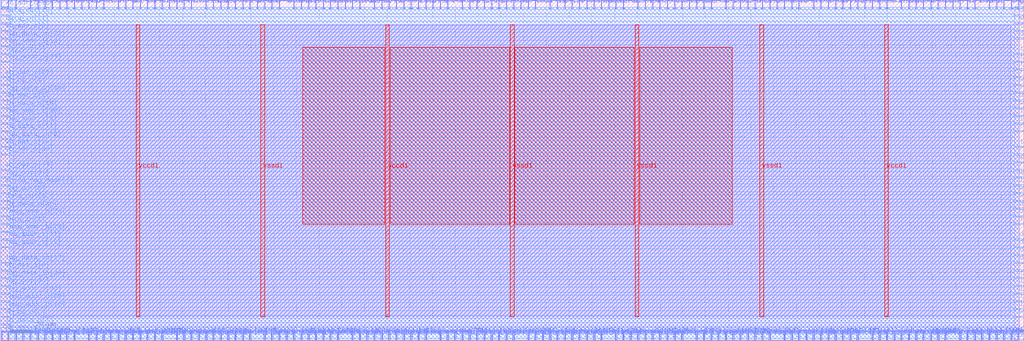
<source format=lef>
VERSION 5.7 ;
  NOWIREEXTENSIONATPIN ON ;
  DIVIDERCHAR "/" ;
  BUSBITCHARS "[]" ;
MACRO l1icache_32
  CLASS BLOCK ;
  FOREIGN l1icache_32 ;
  ORIGIN 0.000 0.000 ;
  SIZE 450.000 BY 150.000 ;
  PIN clk
    DIRECTION INPUT ;
    USE SIGNAL ;
    PORT
      LAYER met2 ;
        RECT 206.170 0.000 206.450 4.000 ;
    END
  END clk
  PIN data_chip_en
    DIRECTION OUTPUT TRISTATE ;
    USE SIGNAL ;
    PORT
      LAYER met2 ;
        RECT 25.850 146.000 26.130 150.000 ;
    END
  END data_chip_en
  PIN data_in[0]
    DIRECTION OUTPUT TRISTATE ;
    USE SIGNAL ;
    PORT
      LAYER met3 ;
        RECT 446.000 37.440 450.000 38.040 ;
    END
  END data_in[0]
  PIN data_in[10]
    DIRECTION OUTPUT TRISTATE ;
    USE SIGNAL ;
    PORT
      LAYER met2 ;
        RECT 177.190 146.000 177.470 150.000 ;
    END
  END data_in[10]
  PIN data_in[11]
    DIRECTION OUTPUT TRISTATE ;
    USE SIGNAL ;
    PORT
      LAYER met3 ;
        RECT 446.000 57.840 450.000 58.440 ;
    END
  END data_in[11]
  PIN data_in[12]
    DIRECTION OUTPUT TRISTATE ;
    USE SIGNAL ;
    PORT
      LAYER met2 ;
        RECT 74.150 146.000 74.430 150.000 ;
    END
  END data_in[12]
  PIN data_in[13]
    DIRECTION OUTPUT TRISTATE ;
    USE SIGNAL ;
    PORT
      LAYER met2 ;
        RECT 360.730 146.000 361.010 150.000 ;
    END
  END data_in[13]
  PIN data_in[14]
    DIRECTION OUTPUT TRISTATE ;
    USE SIGNAL ;
    PORT
      LAYER met2 ;
        RECT 283.450 0.000 283.730 4.000 ;
    END
  END data_in[14]
  PIN data_in[15]
    DIRECTION OUTPUT TRISTATE ;
    USE SIGNAL ;
    PORT
      LAYER met2 ;
        RECT 212.610 146.000 212.890 150.000 ;
    END
  END data_in[15]
  PIN data_in[16]
    DIRECTION OUTPUT TRISTATE ;
    USE SIGNAL ;
    PORT
      LAYER met2 ;
        RECT 173.970 146.000 174.250 150.000 ;
    END
  END data_in[16]
  PIN data_in[17]
    DIRECTION OUTPUT TRISTATE ;
    USE SIGNAL ;
    PORT
      LAYER met2 ;
        RECT 51.610 146.000 51.890 150.000 ;
    END
  END data_in[17]
  PIN data_in[18]
    DIRECTION OUTPUT TRISTATE ;
    USE SIGNAL ;
    PORT
      LAYER met2 ;
        RECT 286.670 0.000 286.950 4.000 ;
    END
  END data_in[18]
  PIN data_in[19]
    DIRECTION OUTPUT TRISTATE ;
    USE SIGNAL ;
    PORT
      LAYER met2 ;
        RECT 260.910 146.000 261.190 150.000 ;
    END
  END data_in[19]
  PIN data_in[1]
    DIRECTION OUTPUT TRISTATE ;
    USE SIGNAL ;
    PORT
      LAYER met3 ;
        RECT 0.000 51.040 4.000 51.640 ;
    END
  END data_in[1]
  PIN data_in[20]
    DIRECTION OUTPUT TRISTATE ;
    USE SIGNAL ;
    PORT
      LAYER met2 ;
        RECT 3.310 146.000 3.590 150.000 ;
    END
  END data_in[20]
  PIN data_in[21]
    DIRECTION OUTPUT TRISTATE ;
    USE SIGNAL ;
    PORT
      LAYER met2 ;
        RECT 170.750 0.000 171.030 4.000 ;
    END
  END data_in[21]
  PIN data_in[22]
    DIRECTION OUTPUT TRISTATE ;
    USE SIGNAL ;
    PORT
      LAYER met2 ;
        RECT 0.090 146.000 0.370 150.000 ;
    END
  END data_in[22]
  PIN data_in[23]
    DIRECTION OUTPUT TRISTATE ;
    USE SIGNAL ;
    PORT
      LAYER met2 ;
        RECT 309.210 146.000 309.490 150.000 ;
    END
  END data_in[23]
  PIN data_in[24]
    DIRECTION OUTPUT TRISTATE ;
    USE SIGNAL ;
    PORT
      LAYER met2 ;
        RECT 228.710 146.000 228.990 150.000 ;
    END
  END data_in[24]
  PIN data_in[25]
    DIRECTION OUTPUT TRISTATE ;
    USE SIGNAL ;
    PORT
      LAYER met2 ;
        RECT 347.850 0.000 348.130 4.000 ;
    END
  END data_in[25]
  PIN data_in[26]
    DIRECTION OUTPUT TRISTATE ;
    USE SIGNAL ;
    PORT
      LAYER met2 ;
        RECT 438.010 0.000 438.290 4.000 ;
    END
  END data_in[26]
  PIN data_in[27]
    DIRECTION OUTPUT TRISTATE ;
    USE SIGNAL ;
    PORT
      LAYER met2 ;
        RECT 119.230 0.000 119.510 4.000 ;
    END
  END data_in[27]
  PIN data_in[28]
    DIRECTION OUTPUT TRISTATE ;
    USE SIGNAL ;
    PORT
      LAYER met2 ;
        RECT 357.510 146.000 357.790 150.000 ;
    END
  END data_in[28]
  PIN data_in[29]
    DIRECTION OUTPUT TRISTATE ;
    USE SIGNAL ;
    PORT
      LAYER met2 ;
        RECT 135.330 0.000 135.610 4.000 ;
    END
  END data_in[29]
  PIN data_in[2]
    DIRECTION OUTPUT TRISTATE ;
    USE SIGNAL ;
    PORT
      LAYER met2 ;
        RECT 167.530 146.000 167.810 150.000 ;
    END
  END data_in[2]
  PIN data_in[30]
    DIRECTION OUTPUT TRISTATE ;
    USE SIGNAL ;
    PORT
      LAYER met2 ;
        RECT 99.910 146.000 100.190 150.000 ;
    END
  END data_in[30]
  PIN data_in[31]
    DIRECTION OUTPUT TRISTATE ;
    USE SIGNAL ;
    PORT
      LAYER met3 ;
        RECT 0.000 139.440 4.000 140.040 ;
    END
  END data_in[31]
  PIN data_in[3]
    DIRECTION OUTPUT TRISTATE ;
    USE SIGNAL ;
    PORT
      LAYER met2 ;
        RECT 103.130 0.000 103.410 4.000 ;
    END
  END data_in[3]
  PIN data_in[4]
    DIRECTION OUTPUT TRISTATE ;
    USE SIGNAL ;
    PORT
      LAYER met2 ;
        RECT 325.310 146.000 325.590 150.000 ;
    END
  END data_in[4]
  PIN data_in[5]
    DIRECTION OUTPUT TRISTATE ;
    USE SIGNAL ;
    PORT
      LAYER met2 ;
        RECT 35.510 146.000 35.790 150.000 ;
    END
  END data_in[5]
  PIN data_in[6]
    DIRECTION OUTPUT TRISTATE ;
    USE SIGNAL ;
    PORT
      LAYER met2 ;
        RECT 193.290 146.000 193.570 150.000 ;
    END
  END data_in[6]
  PIN data_in[7]
    DIRECTION OUTPUT TRISTATE ;
    USE SIGNAL ;
    PORT
      LAYER met2 ;
        RECT 196.510 146.000 196.790 150.000 ;
    END
  END data_in[7]
  PIN data_in[8]
    DIRECTION OUTPUT TRISTATE ;
    USE SIGNAL ;
    PORT
      LAYER met2 ;
        RECT 386.490 146.000 386.770 150.000 ;
    END
  END data_in[8]
  PIN data_in[9]
    DIRECTION OUTPUT TRISTATE ;
    USE SIGNAL ;
    PORT
      LAYER met2 ;
        RECT 447.670 0.000 447.950 4.000 ;
    END
  END data_in[9]
  PIN data_index[0]
    DIRECTION OUTPUT TRISTATE ;
    USE SIGNAL ;
    PORT
      LAYER met2 ;
        RECT 180.410 146.000 180.690 150.000 ;
    END
  END data_index[0]
  PIN data_index[1]
    DIRECTION OUTPUT TRISTATE ;
    USE SIGNAL ;
    PORT
      LAYER met3 ;
        RECT 446.000 105.440 450.000 106.040 ;
    END
  END data_index[1]
  PIN data_index[2]
    DIRECTION OUTPUT TRISTATE ;
    USE SIGNAL ;
    PORT
      LAYER met2 ;
        RECT 409.030 146.000 409.310 150.000 ;
    END
  END data_index[2]
  PIN data_index[3]
    DIRECTION OUTPUT TRISTATE ;
    USE SIGNAL ;
    PORT
      LAYER met3 ;
        RECT 446.000 142.840 450.000 143.440 ;
    END
  END data_index[3]
  PIN data_index[4]
    DIRECTION OUTPUT TRISTATE ;
    USE SIGNAL ;
    PORT
      LAYER met2 ;
        RECT 415.470 0.000 415.750 4.000 ;
    END
  END data_index[4]
  PIN data_index[5]
    DIRECTION OUTPUT TRISTATE ;
    USE SIGNAL ;
    PORT
      LAYER met2 ;
        RECT 77.370 146.000 77.650 150.000 ;
    END
  END data_index[5]
  PIN data_index[6]
    DIRECTION OUTPUT TRISTATE ;
    USE SIGNAL ;
    PORT
      LAYER met2 ;
        RECT 370.390 146.000 370.670 150.000 ;
    END
  END data_index[6]
  PIN data_index[7]
    DIRECTION OUTPUT TRISTATE ;
    USE SIGNAL ;
    PORT
      LAYER met2 ;
        RECT 363.950 0.000 364.230 4.000 ;
    END
  END data_index[7]
  PIN data_out[0]
    DIRECTION INPUT ;
    USE SIGNAL ;
    PORT
      LAYER met2 ;
        RECT 80.590 146.000 80.870 150.000 ;
    END
  END data_out[0]
  PIN data_out[10]
    DIRECTION INPUT ;
    USE SIGNAL ;
    PORT
      LAYER met2 ;
        RECT 354.290 0.000 354.570 4.000 ;
    END
  END data_out[10]
  PIN data_out[11]
    DIRECTION INPUT ;
    USE SIGNAL ;
    PORT
      LAYER met3 ;
        RECT 446.000 132.640 450.000 133.240 ;
    END
  END data_out[11]
  PIN data_out[12]
    DIRECTION INPUT ;
    USE SIGNAL ;
    PORT
      LAYER met2 ;
        RECT 64.490 146.000 64.770 150.000 ;
    END
  END data_out[12]
  PIN data_out[13]
    DIRECTION INPUT ;
    USE SIGNAL ;
    PORT
      LAYER met3 ;
        RECT 0.000 61.240 4.000 61.840 ;
    END
  END data_out[13]
  PIN data_out[14]
    DIRECTION INPUT ;
    USE SIGNAL ;
    PORT
      LAYER met2 ;
        RECT 164.310 0.000 164.590 4.000 ;
    END
  END data_out[14]
  PIN data_out[15]
    DIRECTION INPUT ;
    USE SIGNAL ;
    PORT
      LAYER met3 ;
        RECT 0.000 142.840 4.000 143.440 ;
    END
  END data_out[15]
  PIN data_out[16]
    DIRECTION INPUT ;
    USE SIGNAL ;
    PORT
      LAYER met2 ;
        RECT 209.390 146.000 209.670 150.000 ;
    END
  END data_out[16]
  PIN data_out[17]
    DIRECTION INPUT ;
    USE SIGNAL ;
    PORT
      LAYER met3 ;
        RECT 446.000 44.240 450.000 44.840 ;
    END
  END data_out[17]
  PIN data_out[18]
    DIRECTION INPUT ;
    USE SIGNAL ;
    PORT
      LAYER met2 ;
        RECT 344.630 0.000 344.910 4.000 ;
    END
  END data_out[18]
  PIN data_out[19]
    DIRECTION INPUT ;
    USE SIGNAL ;
    PORT
      LAYER met2 ;
        RECT 32.290 146.000 32.570 150.000 ;
    END
  END data_out[19]
  PIN data_out[1]
    DIRECTION INPUT ;
    USE SIGNAL ;
    PORT
      LAYER met2 ;
        RECT 299.550 0.000 299.830 4.000 ;
    END
  END data_out[1]
  PIN data_out[20]
    DIRECTION INPUT ;
    USE SIGNAL ;
    PORT
      LAYER met2 ;
        RECT 193.290 0.000 193.570 4.000 ;
    END
  END data_out[20]
  PIN data_out[21]
    DIRECTION INPUT ;
    USE SIGNAL ;
    PORT
      LAYER met2 ;
        RECT 277.010 0.000 277.290 4.000 ;
    END
  END data_out[21]
  PIN data_out[22]
    DIRECTION INPUT ;
    USE SIGNAL ;
    PORT
      LAYER met2 ;
        RECT 58.050 146.000 58.330 150.000 ;
    END
  END data_out[22]
  PIN data_out[23]
    DIRECTION INPUT ;
    USE SIGNAL ;
    PORT
      LAYER met2 ;
        RECT 238.370 0.000 238.650 4.000 ;
    END
  END data_out[23]
  PIN data_out[24]
    DIRECTION INPUT ;
    USE SIGNAL ;
    PORT
      LAYER met2 ;
        RECT 438.010 146.000 438.290 150.000 ;
    END
  END data_out[24]
  PIN data_out[25]
    DIRECTION INPUT ;
    USE SIGNAL ;
    PORT
      LAYER met3 ;
        RECT 446.000 40.840 450.000 41.440 ;
    END
  END data_out[25]
  PIN data_out[26]
    DIRECTION INPUT ;
    USE SIGNAL ;
    PORT
      LAYER met2 ;
        RECT 418.690 146.000 418.970 150.000 ;
    END
  END data_out[26]
  PIN data_out[27]
    DIRECTION INPUT ;
    USE SIGNAL ;
    PORT
      LAYER met2 ;
        RECT 119.230 146.000 119.510 150.000 ;
    END
  END data_out[27]
  PIN data_out[28]
    DIRECTION INPUT ;
    USE SIGNAL ;
    PORT
      LAYER met2 ;
        RECT 106.350 146.000 106.630 150.000 ;
    END
  END data_out[28]
  PIN data_out[29]
    DIRECTION INPUT ;
    USE SIGNAL ;
    PORT
      LAYER met2 ;
        RECT 425.130 146.000 425.410 150.000 ;
    END
  END data_out[29]
  PIN data_out[2]
    DIRECTION INPUT ;
    USE SIGNAL ;
    PORT
      LAYER met2 ;
        RECT 22.630 146.000 22.910 150.000 ;
    END
  END data_out[2]
  PIN data_out[30]
    DIRECTION INPUT ;
    USE SIGNAL ;
    PORT
      LAYER met3 ;
        RECT 446.000 34.040 450.000 34.640 ;
    END
  END data_out[30]
  PIN data_out[31]
    DIRECTION INPUT ;
    USE SIGNAL ;
    PORT
      LAYER met2 ;
        RECT 70.930 0.000 71.210 4.000 ;
    END
  END data_out[31]
  PIN data_out[3]
    DIRECTION INPUT ;
    USE SIGNAL ;
    PORT
      LAYER met2 ;
        RECT 331.750 0.000 332.030 4.000 ;
    END
  END data_out[3]
  PIN data_out[4]
    DIRECTION INPUT ;
    USE SIGNAL ;
    PORT
      LAYER met2 ;
        RECT 225.490 0.000 225.770 4.000 ;
    END
  END data_out[4]
  PIN data_out[5]
    DIRECTION INPUT ;
    USE SIGNAL ;
    PORT
      LAYER met2 ;
        RECT 257.690 146.000 257.970 150.000 ;
    END
  END data_out[5]
  PIN data_out[6]
    DIRECTION INPUT ;
    USE SIGNAL ;
    PORT
      LAYER met2 ;
        RECT 80.590 0.000 80.870 4.000 ;
    END
  END data_out[6]
  PIN data_out[7]
    DIRECTION INPUT ;
    USE SIGNAL ;
    PORT
      LAYER met3 ;
        RECT 446.000 54.440 450.000 55.040 ;
    END
  END data_out[7]
  PIN data_out[8]
    DIRECTION INPUT ;
    USE SIGNAL ;
    PORT
      LAYER met2 ;
        RECT 154.650 146.000 154.930 150.000 ;
    END
  END data_out[8]
  PIN data_out[9]
    DIRECTION INPUT ;
    USE SIGNAL ;
    PORT
      LAYER met2 ;
        RECT 270.570 146.000 270.850 150.000 ;
    END
  END data_out[9]
  PIN data_write_en
    DIRECTION OUTPUT TRISTATE ;
    USE SIGNAL ;
    PORT
      LAYER met2 ;
        RECT 441.230 146.000 441.510 150.000 ;
    END
  END data_write_en
  PIN ld_data_o[0]
    DIRECTION OUTPUT TRISTATE ;
    USE SIGNAL ;
    PORT
      LAYER met2 ;
        RECT 125.670 0.000 125.950 4.000 ;
    END
  END ld_data_o[0]
  PIN ld_data_o[10]
    DIRECTION OUTPUT TRISTATE ;
    USE SIGNAL ;
    PORT
      LAYER met2 ;
        RECT 373.610 146.000 373.890 150.000 ;
    END
  END ld_data_o[10]
  PIN ld_data_o[11]
    DIRECTION OUTPUT TRISTATE ;
    USE SIGNAL ;
    PORT
      LAYER met3 ;
        RECT 446.000 13.640 450.000 14.240 ;
    END
  END ld_data_o[11]
  PIN ld_data_o[12]
    DIRECTION OUTPUT TRISTATE ;
    USE SIGNAL ;
    PORT
      LAYER met2 ;
        RECT 138.550 0.000 138.830 4.000 ;
    END
  END ld_data_o[12]
  PIN ld_data_o[13]
    DIRECTION OUTPUT TRISTATE ;
    USE SIGNAL ;
    PORT
      LAYER met2 ;
        RECT 219.050 146.000 219.330 150.000 ;
    END
  END ld_data_o[13]
  PIN ld_data_o[14]
    DIRECTION OUTPUT TRISTATE ;
    USE SIGNAL ;
    PORT
      LAYER met2 ;
        RECT 328.530 0.000 328.810 4.000 ;
    END
  END ld_data_o[14]
  PIN ld_data_o[15]
    DIRECTION OUTPUT TRISTATE ;
    USE SIGNAL ;
    PORT
      LAYER met3 ;
        RECT 446.000 95.240 450.000 95.840 ;
    END
  END ld_data_o[15]
  PIN ld_data_o[16]
    DIRECTION OUTPUT TRISTATE ;
    USE SIGNAL ;
    PORT
      LAYER met2 ;
        RECT 225.490 146.000 225.770 150.000 ;
    END
  END ld_data_o[16]
  PIN ld_data_o[17]
    DIRECTION OUTPUT TRISTATE ;
    USE SIGNAL ;
    PORT
      LAYER met2 ;
        RECT 428.350 0.000 428.630 4.000 ;
    END
  END ld_data_o[17]
  PIN ld_data_o[18]
    DIRECTION OUTPUT TRISTATE ;
    USE SIGNAL ;
    PORT
      LAYER met2 ;
        RECT 45.170 146.000 45.450 150.000 ;
    END
  END ld_data_o[18]
  PIN ld_data_o[19]
    DIRECTION OUTPUT TRISTATE ;
    USE SIGNAL ;
    PORT
      LAYER met3 ;
        RECT 0.000 102.040 4.000 102.640 ;
    END
  END ld_data_o[19]
  PIN ld_data_o[1]
    DIRECTION OUTPUT TRISTATE ;
    USE SIGNAL ;
    PORT
      LAYER met3 ;
        RECT 446.000 68.040 450.000 68.640 ;
    END
  END ld_data_o[1]
  PIN ld_data_o[20]
    DIRECTION OUTPUT TRISTATE ;
    USE SIGNAL ;
    PORT
      LAYER met2 ;
        RECT 363.950 146.000 364.230 150.000 ;
    END
  END ld_data_o[20]
  PIN ld_data_o[21]
    DIRECTION OUTPUT TRISTATE ;
    USE SIGNAL ;
    PORT
      LAYER met3 ;
        RECT 0.000 91.840 4.000 92.440 ;
    END
  END ld_data_o[21]
  PIN ld_data_o[22]
    DIRECTION OUTPUT TRISTATE ;
    USE SIGNAL ;
    PORT
      LAYER met3 ;
        RECT 446.000 23.840 450.000 24.440 ;
    END
  END ld_data_o[22]
  PIN ld_data_o[23]
    DIRECTION OUTPUT TRISTATE ;
    USE SIGNAL ;
    PORT
      LAYER met2 ;
        RECT 444.450 146.000 444.730 150.000 ;
    END
  END ld_data_o[23]
  PIN ld_data_o[24]
    DIRECTION OUTPUT TRISTATE ;
    USE SIGNAL ;
    PORT
      LAYER met2 ;
        RECT 347.850 146.000 348.130 150.000 ;
    END
  END ld_data_o[24]
  PIN ld_data_o[25]
    DIRECTION OUTPUT TRISTATE ;
    USE SIGNAL ;
    PORT
      LAYER met2 ;
        RECT 99.910 0.000 100.190 4.000 ;
    END
  END ld_data_o[25]
  PIN ld_data_o[26]
    DIRECTION OUTPUT TRISTATE ;
    USE SIGNAL ;
    PORT
      LAYER met2 ;
        RECT 296.330 146.000 296.610 150.000 ;
    END
  END ld_data_o[26]
  PIN ld_data_o[27]
    DIRECTION OUTPUT TRISTATE ;
    USE SIGNAL ;
    PORT
      LAYER met3 ;
        RECT 446.000 20.440 450.000 21.040 ;
    END
  END ld_data_o[27]
  PIN ld_data_o[28]
    DIRECTION OUTPUT TRISTATE ;
    USE SIGNAL ;
    PORT
      LAYER met3 ;
        RECT 0.000 57.840 4.000 58.440 ;
    END
  END ld_data_o[28]
  PIN ld_data_o[29]
    DIRECTION OUTPUT TRISTATE ;
    USE SIGNAL ;
    PORT
      LAYER met2 ;
        RECT 434.790 146.000 435.070 150.000 ;
    END
  END ld_data_o[29]
  PIN ld_data_o[2]
    DIRECTION OUTPUT TRISTATE ;
    USE SIGNAL ;
    PORT
      LAYER met2 ;
        RECT 312.430 146.000 312.710 150.000 ;
    END
  END ld_data_o[2]
  PIN ld_data_o[30]
    DIRECTION OUTPUT TRISTATE ;
    USE SIGNAL ;
    PORT
      LAYER met2 ;
        RECT 183.630 0.000 183.910 4.000 ;
    END
  END ld_data_o[30]
  PIN ld_data_o[31]
    DIRECTION OUTPUT TRISTATE ;
    USE SIGNAL ;
    PORT
      LAYER met2 ;
        RECT 309.210 0.000 309.490 4.000 ;
    END
  END ld_data_o[31]
  PIN ld_data_o[3]
    DIRECTION OUTPUT TRISTATE ;
    USE SIGNAL ;
    PORT
      LAYER met3 ;
        RECT 446.000 0.040 450.000 0.640 ;
    END
  END ld_data_o[3]
  PIN ld_data_o[4]
    DIRECTION OUTPUT TRISTATE ;
    USE SIGNAL ;
    PORT
      LAYER met2 ;
        RECT 144.990 0.000 145.270 4.000 ;
    END
  END ld_data_o[4]
  PIN ld_data_o[5]
    DIRECTION OUTPUT TRISTATE ;
    USE SIGNAL ;
    PORT
      LAYER met2 ;
        RECT 254.470 146.000 254.750 150.000 ;
    END
  END ld_data_o[5]
  PIN ld_data_o[6]
    DIRECTION OUTPUT TRISTATE ;
    USE SIGNAL ;
    PORT
      LAYER met2 ;
        RECT 77.370 0.000 77.650 4.000 ;
    END
  END ld_data_o[6]
  PIN ld_data_o[7]
    DIRECTION OUTPUT TRISTATE ;
    USE SIGNAL ;
    PORT
      LAYER met3 ;
        RECT 0.000 6.840 4.000 7.440 ;
    END
  END ld_data_o[7]
  PIN ld_data_o[8]
    DIRECTION OUTPUT TRISTATE ;
    USE SIGNAL ;
    PORT
      LAYER met2 ;
        RECT 167.530 0.000 167.810 4.000 ;
    END
  END ld_data_o[8]
  PIN ld_data_o[9]
    DIRECTION OUTPUT TRISTATE ;
    USE SIGNAL ;
    PORT
      LAYER met2 ;
        RECT 325.310 0.000 325.590 4.000 ;
    END
  END ld_data_o[9]
  PIN req_addr_i[0]
    DIRECTION INPUT ;
    USE SIGNAL ;
    PORT
      LAYER met2 ;
        RECT 38.730 0.000 39.010 4.000 ;
    END
  END req_addr_i[0]
  PIN req_addr_i[10]
    DIRECTION INPUT ;
    USE SIGNAL ;
    PORT
      LAYER met2 ;
        RECT 399.370 146.000 399.650 150.000 ;
    END
  END req_addr_i[10]
  PIN req_addr_i[11]
    DIRECTION INPUT ;
    USE SIGNAL ;
    PORT
      LAYER met3 ;
        RECT 0.000 44.240 4.000 44.840 ;
    END
  END req_addr_i[11]
  PIN req_addr_i[12]
    DIRECTION INPUT ;
    USE SIGNAL ;
    PORT
      LAYER met3 ;
        RECT 0.000 129.240 4.000 129.840 ;
    END
  END req_addr_i[12]
  PIN req_addr_i[13]
    DIRECTION INPUT ;
    USE SIGNAL ;
    PORT
      LAYER met2 ;
        RECT 241.590 0.000 241.870 4.000 ;
    END
  END req_addr_i[13]
  PIN req_addr_i[14]
    DIRECTION INPUT ;
    USE SIGNAL ;
    PORT
      LAYER met2 ;
        RECT 222.270 146.000 222.550 150.000 ;
    END
  END req_addr_i[14]
  PIN req_addr_i[15]
    DIRECTION INPUT ;
    USE SIGNAL ;
    PORT
      LAYER met2 ;
        RECT 351.070 0.000 351.350 4.000 ;
    END
  END req_addr_i[15]
  PIN req_addr_i[16]
    DIRECTION INPUT ;
    USE SIGNAL ;
    PORT
      LAYER met2 ;
        RECT 144.990 146.000 145.270 150.000 ;
    END
  END req_addr_i[16]
  PIN req_addr_i[17]
    DIRECTION INPUT ;
    USE SIGNAL ;
    PORT
      LAYER met2 ;
        RECT 112.790 146.000 113.070 150.000 ;
    END
  END req_addr_i[17]
  PIN req_addr_i[18]
    DIRECTION INPUT ;
    USE SIGNAL ;
    PORT
      LAYER met2 ;
        RECT 334.970 146.000 335.250 150.000 ;
    END
  END req_addr_i[18]
  PIN req_addr_i[19]
    DIRECTION INPUT ;
    USE SIGNAL ;
    PORT
      LAYER met2 ;
        RECT 244.810 0.000 245.090 4.000 ;
    END
  END req_addr_i[19]
  PIN req_addr_i[1]
    DIRECTION INPUT ;
    USE SIGNAL ;
    PORT
      LAYER met2 ;
        RECT 267.350 146.000 267.630 150.000 ;
    END
  END req_addr_i[1]
  PIN req_addr_i[20]
    DIRECTION INPUT ;
    USE SIGNAL ;
    PORT
      LAYER met3 ;
        RECT 0.000 20.440 4.000 21.040 ;
    END
  END req_addr_i[20]
  PIN req_addr_i[21]
    DIRECTION INPUT ;
    USE SIGNAL ;
    PORT
      LAYER met3 ;
        RECT 446.000 30.640 450.000 31.240 ;
    END
  END req_addr_i[21]
  PIN req_addr_i[22]
    DIRECTION INPUT ;
    USE SIGNAL ;
    PORT
      LAYER met2 ;
        RECT 83.810 0.000 84.090 4.000 ;
    END
  END req_addr_i[22]
  PIN req_addr_i[23]
    DIRECTION INPUT ;
    USE SIGNAL ;
    PORT
      LAYER met3 ;
        RECT 0.000 122.440 4.000 123.040 ;
    END
  END req_addr_i[23]
  PIN req_addr_i[24]
    DIRECTION INPUT ;
    USE SIGNAL ;
    PORT
      LAYER met3 ;
        RECT 446.000 91.840 450.000 92.440 ;
    END
  END req_addr_i[24]
  PIN req_addr_i[25]
    DIRECTION INPUT ;
    USE SIGNAL ;
    PORT
      LAYER met3 ;
        RECT 0.000 40.840 4.000 41.440 ;
    END
  END req_addr_i[25]
  PIN req_addr_i[26]
    DIRECTION INPUT ;
    USE SIGNAL ;
    PORT
      LAYER met2 ;
        RECT 183.630 146.000 183.910 150.000 ;
    END
  END req_addr_i[26]
  PIN req_addr_i[27]
    DIRECTION INPUT ;
    USE SIGNAL ;
    PORT
      LAYER met2 ;
        RECT 141.770 146.000 142.050 150.000 ;
    END
  END req_addr_i[27]
  PIN req_addr_i[28]
    DIRECTION INPUT ;
    USE SIGNAL ;
    PORT
      LAYER met2 ;
        RECT 83.810 146.000 84.090 150.000 ;
    END
  END req_addr_i[28]
  PIN req_addr_i[29]
    DIRECTION INPUT ;
    USE SIGNAL ;
    PORT
      LAYER met2 ;
        RECT 412.250 146.000 412.530 150.000 ;
    END
  END req_addr_i[29]
  PIN req_addr_i[2]
    DIRECTION INPUT ;
    USE SIGNAL ;
    PORT
      LAYER met2 ;
        RECT 315.650 0.000 315.930 4.000 ;
    END
  END req_addr_i[2]
  PIN req_addr_i[30]
    DIRECTION INPUT ;
    USE SIGNAL ;
    PORT
      LAYER met3 ;
        RECT 0.000 98.640 4.000 99.240 ;
    END
  END req_addr_i[30]
  PIN req_addr_i[31]
    DIRECTION INPUT ;
    USE SIGNAL ;
    PORT
      LAYER met2 ;
        RECT 257.690 0.000 257.970 4.000 ;
    END
  END req_addr_i[31]
  PIN req_addr_i[3]
    DIRECTION INPUT ;
    USE SIGNAL ;
    PORT
      LAYER met2 ;
        RECT 6.530 146.000 6.810 150.000 ;
    END
  END req_addr_i[3]
  PIN req_addr_i[4]
    DIRECTION INPUT ;
    USE SIGNAL ;
    PORT
      LAYER met2 ;
        RECT 447.670 146.000 447.950 150.000 ;
    END
  END req_addr_i[4]
  PIN req_addr_i[5]
    DIRECTION INPUT ;
    USE SIGNAL ;
    PORT
      LAYER met3 ;
        RECT 0.000 95.240 4.000 95.840 ;
    END
  END req_addr_i[5]
  PIN req_addr_i[6]
    DIRECTION INPUT ;
    USE SIGNAL ;
    PORT
      LAYER met2 ;
        RECT 425.130 0.000 425.410 4.000 ;
    END
  END req_addr_i[6]
  PIN req_addr_i[7]
    DIRECTION INPUT ;
    USE SIGNAL ;
    PORT
      LAYER met2 ;
        RECT 116.010 146.000 116.290 150.000 ;
    END
  END req_addr_i[7]
  PIN req_addr_i[8]
    DIRECTION INPUT ;
    USE SIGNAL ;
    PORT
      LAYER met2 ;
        RECT 93.470 0.000 93.750 4.000 ;
    END
  END req_addr_i[8]
  PIN req_addr_i[9]
    DIRECTION INPUT ;
    USE SIGNAL ;
    PORT
      LAYER met2 ;
        RECT 338.190 146.000 338.470 150.000 ;
    END
  END req_addr_i[9]
  PIN req_ready_o
    DIRECTION OUTPUT TRISTATE ;
    USE SIGNAL ;
    PORT
      LAYER met3 ;
        RECT 446.000 115.640 450.000 116.240 ;
    END
  END req_ready_o
  PIN req_valid_i
    DIRECTION INPUT ;
    USE SIGNAL ;
    PORT
      LAYER met2 ;
        RECT 341.410 146.000 341.690 150.000 ;
    END
  END req_valid_i
  PIN resp_addr_o[0]
    DIRECTION OUTPUT TRISTATE ;
    USE SIGNAL ;
    PORT
      LAYER met2 ;
        RECT 51.610 0.000 51.890 4.000 ;
    END
  END resp_addr_o[0]
  PIN resp_addr_o[10]
    DIRECTION OUTPUT TRISTATE ;
    USE SIGNAL ;
    PORT
      LAYER met3 ;
        RECT 0.000 13.640 4.000 14.240 ;
    END
  END resp_addr_o[10]
  PIN resp_addr_o[11]
    DIRECTION OUTPUT TRISTATE ;
    USE SIGNAL ;
    PORT
      LAYER met2 ;
        RECT 109.570 146.000 109.850 150.000 ;
    END
  END resp_addr_o[11]
  PIN resp_addr_o[12]
    DIRECTION OUTPUT TRISTATE ;
    USE SIGNAL ;
    PORT
      LAYER met3 ;
        RECT 446.000 108.840 450.000 109.440 ;
    END
  END resp_addr_o[12]
  PIN resp_addr_o[13]
    DIRECTION OUTPUT TRISTATE ;
    USE SIGNAL ;
    PORT
      LAYER met2 ;
        RECT 16.190 0.000 16.470 4.000 ;
    END
  END resp_addr_o[13]
  PIN resp_addr_o[14]
    DIRECTION OUTPUT TRISTATE ;
    USE SIGNAL ;
    PORT
      LAYER met2 ;
        RECT 251.250 0.000 251.530 4.000 ;
    END
  END resp_addr_o[14]
  PIN resp_addr_o[15]
    DIRECTION OUTPUT TRISTATE ;
    USE SIGNAL ;
    PORT
      LAYER met2 ;
        RECT 376.830 146.000 377.110 150.000 ;
    END
  END resp_addr_o[15]
  PIN resp_addr_o[16]
    DIRECTION OUTPUT TRISTATE ;
    USE SIGNAL ;
    PORT
      LAYER met2 ;
        RECT 399.370 0.000 399.650 4.000 ;
    END
  END resp_addr_o[16]
  PIN resp_addr_o[17]
    DIRECTION OUTPUT TRISTATE ;
    USE SIGNAL ;
    PORT
      LAYER met2 ;
        RECT 122.450 0.000 122.730 4.000 ;
    END
  END resp_addr_o[17]
  PIN resp_addr_o[18]
    DIRECTION OUTPUT TRISTATE ;
    USE SIGNAL ;
    PORT
      LAYER met2 ;
        RECT 283.450 146.000 283.730 150.000 ;
    END
  END resp_addr_o[18]
  PIN resp_addr_o[19]
    DIRECTION OUTPUT TRISTATE ;
    USE SIGNAL ;
    PORT
      LAYER met2 ;
        RECT 428.350 146.000 428.630 150.000 ;
    END
  END resp_addr_o[19]
  PIN resp_addr_o[1]
    DIRECTION OUTPUT TRISTATE ;
    USE SIGNAL ;
    PORT
      LAYER met2 ;
        RECT 405.810 0.000 406.090 4.000 ;
    END
  END resp_addr_o[1]
  PIN resp_addr_o[20]
    DIRECTION OUTPUT TRISTATE ;
    USE SIGNAL ;
    PORT
      LAYER met3 ;
        RECT 0.000 54.440 4.000 55.040 ;
    END
  END resp_addr_o[20]
  PIN resp_addr_o[21]
    DIRECTION OUTPUT TRISTATE ;
    USE SIGNAL ;
    PORT
      LAYER met2 ;
        RECT 244.810 146.000 245.090 150.000 ;
    END
  END resp_addr_o[21]
  PIN resp_addr_o[22]
    DIRECTION OUTPUT TRISTATE ;
    USE SIGNAL ;
    PORT
      LAYER met3 ;
        RECT 446.000 81.640 450.000 82.240 ;
    END
  END resp_addr_o[22]
  PIN resp_addr_o[23]
    DIRECTION OUTPUT TRISTATE ;
    USE SIGNAL ;
    PORT
      LAYER met3 ;
        RECT 0.000 47.640 4.000 48.240 ;
    END
  END resp_addr_o[23]
  PIN resp_addr_o[24]
    DIRECTION OUTPUT TRISTATE ;
    USE SIGNAL ;
    PORT
      LAYER met2 ;
        RECT 328.530 146.000 328.810 150.000 ;
    END
  END resp_addr_o[24]
  PIN resp_addr_o[25]
    DIRECTION OUTPUT TRISTATE ;
    USE SIGNAL ;
    PORT
      LAYER met2 ;
        RECT 302.770 146.000 303.050 150.000 ;
    END
  END resp_addr_o[25]
  PIN resp_addr_o[26]
    DIRECTION OUTPUT TRISTATE ;
    USE SIGNAL ;
    PORT
      LAYER met2 ;
        RECT 312.430 0.000 312.710 4.000 ;
    END
  END resp_addr_o[26]
  PIN resp_addr_o[27]
    DIRECTION OUTPUT TRISTATE ;
    USE SIGNAL ;
    PORT
      LAYER met2 ;
        RECT 280.230 146.000 280.510 150.000 ;
    END
  END resp_addr_o[27]
  PIN resp_addr_o[28]
    DIRECTION OUTPUT TRISTATE ;
    USE SIGNAL ;
    PORT
      LAYER met2 ;
        RECT 206.170 146.000 206.450 150.000 ;
    END
  END resp_addr_o[28]
  PIN resp_addr_o[29]
    DIRECTION OUTPUT TRISTATE ;
    USE SIGNAL ;
    PORT
      LAYER met3 ;
        RECT 0.000 17.040 4.000 17.640 ;
    END
  END resp_addr_o[29]
  PIN resp_addr_o[2]
    DIRECTION OUTPUT TRISTATE ;
    USE SIGNAL ;
    PORT
      LAYER met2 ;
        RECT 334.970 0.000 335.250 4.000 ;
    END
  END resp_addr_o[2]
  PIN resp_addr_o[30]
    DIRECTION OUTPUT TRISTATE ;
    USE SIGNAL ;
    PORT
      LAYER met2 ;
        RECT 421.910 0.000 422.190 4.000 ;
    END
  END resp_addr_o[30]
  PIN resp_addr_o[31]
    DIRECTION OUTPUT TRISTATE ;
    USE SIGNAL ;
    PORT
      LAYER met2 ;
        RECT 386.490 0.000 386.770 4.000 ;
    END
  END resp_addr_o[31]
  PIN resp_addr_o[3]
    DIRECTION OUTPUT TRISTATE ;
    USE SIGNAL ;
    PORT
      LAYER met2 ;
        RECT 186.850 0.000 187.130 4.000 ;
    END
  END resp_addr_o[3]
  PIN resp_addr_o[4]
    DIRECTION OUTPUT TRISTATE ;
    USE SIGNAL ;
    PORT
      LAYER met2 ;
        RECT 231.930 146.000 232.210 150.000 ;
    END
  END resp_addr_o[4]
  PIN resp_addr_o[5]
    DIRECTION OUTPUT TRISTATE ;
    USE SIGNAL ;
    PORT
      LAYER met2 ;
        RECT 180.410 0.000 180.690 4.000 ;
    END
  END resp_addr_o[5]
  PIN resp_addr_o[6]
    DIRECTION OUTPUT TRISTATE ;
    USE SIGNAL ;
    PORT
      LAYER met2 ;
        RECT 219.050 0.000 219.330 4.000 ;
    END
  END resp_addr_o[6]
  PIN resp_addr_o[7]
    DIRECTION OUTPUT TRISTATE ;
    USE SIGNAL ;
    PORT
      LAYER met2 ;
        RECT 32.290 0.000 32.570 4.000 ;
    END
  END resp_addr_o[7]
  PIN resp_addr_o[8]
    DIRECTION OUTPUT TRISTATE ;
    USE SIGNAL ;
    PORT
      LAYER met2 ;
        RECT 54.830 0.000 55.110 4.000 ;
    END
  END resp_addr_o[8]
  PIN resp_addr_o[9]
    DIRECTION OUTPUT TRISTATE ;
    USE SIGNAL ;
    PORT
      LAYER met2 ;
        RECT 199.730 0.000 200.010 4.000 ;
    END
  END resp_addr_o[9]
  PIN resp_ready_i
    DIRECTION INPUT ;
    USE SIGNAL ;
    PORT
      LAYER met2 ;
        RECT 273.790 0.000 274.070 4.000 ;
    END
  END resp_ready_i
  PIN resp_valid_o
    DIRECTION OUTPUT TRISTATE ;
    USE SIGNAL ;
    PORT
      LAYER met2 ;
        RECT 383.270 0.000 383.550 4.000 ;
    END
  END resp_valid_o
  PIN rstn
    DIRECTION INPUT ;
    USE SIGNAL ;
    PORT
      LAYER met3 ;
        RECT 446.000 74.840 450.000 75.440 ;
    END
  END rstn
  PIN tag_chip_en
    DIRECTION OUTPUT TRISTATE ;
    USE SIGNAL ;
    PORT
      LAYER met2 ;
        RECT 215.830 146.000 216.110 150.000 ;
    END
  END tag_chip_en
  PIN tag_data_in[0]
    DIRECTION OUTPUT TRISTATE ;
    USE SIGNAL ;
    PORT
      LAYER met3 ;
        RECT 0.000 88.440 4.000 89.040 ;
    END
  END tag_data_in[0]
  PIN tag_data_in[10]
    DIRECTION OUTPUT TRISTATE ;
    USE SIGNAL ;
    PORT
      LAYER met2 ;
        RECT 67.710 0.000 67.990 4.000 ;
    END
  END tag_data_in[10]
  PIN tag_data_in[11]
    DIRECTION OUTPUT TRISTATE ;
    USE SIGNAL ;
    PORT
      LAYER met2 ;
        RECT 409.030 0.000 409.310 4.000 ;
    END
  END tag_data_in[11]
  PIN tag_data_in[12]
    DIRECTION OUTPUT TRISTATE ;
    USE SIGNAL ;
    PORT
      LAYER met2 ;
        RECT 170.750 146.000 171.030 150.000 ;
    END
  END tag_data_in[12]
  PIN tag_data_in[13]
    DIRECTION OUTPUT TRISTATE ;
    USE SIGNAL ;
    PORT
      LAYER met2 ;
        RECT 70.930 146.000 71.210 150.000 ;
    END
  END tag_data_in[13]
  PIN tag_data_in[14]
    DIRECTION OUTPUT TRISTATE ;
    USE SIGNAL ;
    PORT
      LAYER met2 ;
        RECT 12.970 146.000 13.250 150.000 ;
    END
  END tag_data_in[14]
  PIN tag_data_in[15]
    DIRECTION OUTPUT TRISTATE ;
    USE SIGNAL ;
    PORT
      LAYER met2 ;
        RECT 389.710 0.000 389.990 4.000 ;
    END
  END tag_data_in[15]
  PIN tag_data_in[16]
    DIRECTION OUTPUT TRISTATE ;
    USE SIGNAL ;
    PORT
      LAYER met3 ;
        RECT 446.000 51.040 450.000 51.640 ;
    END
  END tag_data_in[16]
  PIN tag_data_in[17]
    DIRECTION OUTPUT TRISTATE ;
    USE SIGNAL ;
    PORT
      LAYER met3 ;
        RECT 0.000 34.040 4.000 34.640 ;
    END
  END tag_data_in[17]
  PIN tag_data_in[18]
    DIRECTION OUTPUT TRISTATE ;
    USE SIGNAL ;
    PORT
      LAYER met2 ;
        RECT 164.310 146.000 164.590 150.000 ;
    END
  END tag_data_in[18]
  PIN tag_data_in[19]
    DIRECTION OUTPUT TRISTATE ;
    USE SIGNAL ;
    PORT
      LAYER met3 ;
        RECT 0.000 108.840 4.000 109.440 ;
    END
  END tag_data_in[19]
  PIN tag_data_in[1]
    DIRECTION OUTPUT TRISTATE ;
    USE SIGNAL ;
    PORT
      LAYER met3 ;
        RECT 446.000 17.040 450.000 17.640 ;
    END
  END tag_data_in[1]
  PIN tag_data_in[20]
    DIRECTION OUTPUT TRISTATE ;
    USE SIGNAL ;
    PORT
      LAYER met2 ;
        RECT 128.890 0.000 129.170 4.000 ;
    END
  END tag_data_in[20]
  PIN tag_data_in[21]
    DIRECTION OUTPUT TRISTATE ;
    USE SIGNAL ;
    PORT
      LAYER met3 ;
        RECT 446.000 98.640 450.000 99.240 ;
    END
  END tag_data_in[21]
  PIN tag_data_in[22]
    DIRECTION OUTPUT TRISTATE ;
    USE SIGNAL ;
    PORT
      LAYER met3 ;
        RECT 0.000 132.640 4.000 133.240 ;
    END
  END tag_data_in[22]
  PIN tag_data_in[23]
    DIRECTION OUTPUT TRISTATE ;
    USE SIGNAL ;
    PORT
      LAYER met2 ;
        RECT 3.310 0.000 3.590 4.000 ;
    END
  END tag_data_in[23]
  PIN tag_data_in[24]
    DIRECTION OUTPUT TRISTATE ;
    USE SIGNAL ;
    PORT
      LAYER met2 ;
        RECT 322.090 146.000 322.370 150.000 ;
    END
  END tag_data_in[24]
  PIN tag_data_in[25]
    DIRECTION OUTPUT TRISTATE ;
    USE SIGNAL ;
    PORT
      LAYER met2 ;
        RECT 132.110 0.000 132.390 4.000 ;
    END
  END tag_data_in[25]
  PIN tag_data_in[26]
    DIRECTION OUTPUT TRISTATE ;
    USE SIGNAL ;
    PORT
      LAYER met2 ;
        RECT 270.570 0.000 270.850 4.000 ;
    END
  END tag_data_in[26]
  PIN tag_data_in[27]
    DIRECTION OUTPUT TRISTATE ;
    USE SIGNAL ;
    PORT
      LAYER met3 ;
        RECT 446.000 85.040 450.000 85.640 ;
    END
  END tag_data_in[27]
  PIN tag_data_in[28]
    DIRECTION OUTPUT TRISTATE ;
    USE SIGNAL ;
    PORT
      LAYER met2 ;
        RECT 289.890 0.000 290.170 4.000 ;
    END
  END tag_data_in[28]
  PIN tag_data_in[29]
    DIRECTION OUTPUT TRISTATE ;
    USE SIGNAL ;
    PORT
      LAYER met3 ;
        RECT 0.000 27.240 4.000 27.840 ;
    END
  END tag_data_in[29]
  PIN tag_data_in[2]
    DIRECTION OUTPUT TRISTATE ;
    USE SIGNAL ;
    PORT
      LAYER met2 ;
        RECT 90.250 146.000 90.530 150.000 ;
    END
  END tag_data_in[2]
  PIN tag_data_in[30]
    DIRECTION OUTPUT TRISTATE ;
    USE SIGNAL ;
    PORT
      LAYER met2 ;
        RECT 48.390 0.000 48.670 4.000 ;
    END
  END tag_data_in[30]
  PIN tag_data_in[31]
    DIRECTION OUTPUT TRISTATE ;
    USE SIGNAL ;
    PORT
      LAYER met2 ;
        RECT 116.010 0.000 116.290 4.000 ;
    END
  END tag_data_in[31]
  PIN tag_data_in[3]
    DIRECTION OUTPUT TRISTATE ;
    USE SIGNAL ;
    PORT
      LAYER met3 ;
        RECT 446.000 122.440 450.000 123.040 ;
    END
  END tag_data_in[3]
  PIN tag_data_in[4]
    DIRECTION OUTPUT TRISTATE ;
    USE SIGNAL ;
    PORT
      LAYER met2 ;
        RECT 122.450 146.000 122.730 150.000 ;
    END
  END tag_data_in[4]
  PIN tag_data_in[5]
    DIRECTION OUTPUT TRISTATE ;
    USE SIGNAL ;
    PORT
      LAYER met2 ;
        RECT 96.690 0.000 96.970 4.000 ;
    END
  END tag_data_in[5]
  PIN tag_data_in[6]
    DIRECTION OUTPUT TRISTATE ;
    USE SIGNAL ;
    PORT
      LAYER met2 ;
        RECT 19.410 146.000 19.690 150.000 ;
    END
  END tag_data_in[6]
  PIN tag_data_in[7]
    DIRECTION OUTPUT TRISTATE ;
    USE SIGNAL ;
    PORT
      LAYER met2 ;
        RECT 392.930 0.000 393.210 4.000 ;
    END
  END tag_data_in[7]
  PIN tag_data_in[8]
    DIRECTION OUTPUT TRISTATE ;
    USE SIGNAL ;
    PORT
      LAYER met2 ;
        RECT 190.070 146.000 190.350 150.000 ;
    END
  END tag_data_in[8]
  PIN tag_data_in[9]
    DIRECTION OUTPUT TRISTATE ;
    USE SIGNAL ;
    PORT
      LAYER met2 ;
        RECT 289.890 146.000 290.170 150.000 ;
    END
  END tag_data_in[9]
  PIN tag_index[0]
    DIRECTION OUTPUT TRISTATE ;
    USE SIGNAL ;
    PORT
      LAYER met2 ;
        RECT 331.750 146.000 332.030 150.000 ;
    END
  END tag_index[0]
  PIN tag_index[1]
    DIRECTION OUTPUT TRISTATE ;
    USE SIGNAL ;
    PORT
      LAYER met2 ;
        RECT 260.910 0.000 261.190 4.000 ;
    END
  END tag_index[1]
  PIN tag_index[2]
    DIRECTION OUTPUT TRISTATE ;
    USE SIGNAL ;
    PORT
      LAYER met2 ;
        RECT 434.790 0.000 435.070 4.000 ;
    END
  END tag_index[2]
  PIN tag_index[3]
    DIRECTION OUTPUT TRISTATE ;
    USE SIGNAL ;
    PORT
      LAYER met2 ;
        RECT 93.470 146.000 93.750 150.000 ;
    END
  END tag_index[3]
  PIN tag_index[4]
    DIRECTION OUTPUT TRISTATE ;
    USE SIGNAL ;
    PORT
      LAYER met2 ;
        RECT 264.130 146.000 264.410 150.000 ;
    END
  END tag_index[4]
  PIN tag_index[5]
    DIRECTION OUTPUT TRISTATE ;
    USE SIGNAL ;
    PORT
      LAYER met2 ;
        RECT 202.950 0.000 203.230 4.000 ;
    END
  END tag_index[5]
  PIN tag_index[6]
    DIRECTION OUTPUT TRISTATE ;
    USE SIGNAL ;
    PORT
      LAYER met3 ;
        RECT 446.000 119.040 450.000 119.640 ;
    END
  END tag_index[6]
  PIN tag_index[7]
    DIRECTION OUTPUT TRISTATE ;
    USE SIGNAL ;
    PORT
      LAYER met2 ;
        RECT 293.110 0.000 293.390 4.000 ;
    END
  END tag_index[7]
  PIN tag_out[0]
    DIRECTION INPUT ;
    USE SIGNAL ;
    PORT
      LAYER met2 ;
        RECT 396.150 146.000 396.430 150.000 ;
    END
  END tag_out[0]
  PIN tag_out[10]
    DIRECTION INPUT ;
    USE SIGNAL ;
    PORT
      LAYER met2 ;
        RECT 248.030 0.000 248.310 4.000 ;
    END
  END tag_out[10]
  PIN tag_out[11]
    DIRECTION INPUT ;
    USE SIGNAL ;
    PORT
      LAYER met2 ;
        RECT 151.430 146.000 151.710 150.000 ;
    END
  END tag_out[11]
  PIN tag_out[12]
    DIRECTION INPUT ;
    USE SIGNAL ;
    PORT
      LAYER met2 ;
        RECT 29.070 0.000 29.350 4.000 ;
    END
  END tag_out[12]
  PIN tag_out[13]
    DIRECTION INPUT ;
    USE SIGNAL ;
    PORT
      LAYER met2 ;
        RECT 402.590 0.000 402.870 4.000 ;
    END
  END tag_out[13]
  PIN tag_out[14]
    DIRECTION INPUT ;
    USE SIGNAL ;
    PORT
      LAYER met2 ;
        RECT 157.870 146.000 158.150 150.000 ;
    END
  END tag_out[14]
  PIN tag_out[15]
    DIRECTION INPUT ;
    USE SIGNAL ;
    PORT
      LAYER met2 ;
        RECT 444.450 0.000 444.730 4.000 ;
    END
  END tag_out[15]
  PIN tag_out[16]
    DIRECTION INPUT ;
    USE SIGNAL ;
    PORT
      LAYER met2 ;
        RECT 64.490 0.000 64.770 4.000 ;
    END
  END tag_out[16]
  PIN tag_out[17]
    DIRECTION INPUT ;
    USE SIGNAL ;
    PORT
      LAYER met2 ;
        RECT 254.470 0.000 254.750 4.000 ;
    END
  END tag_out[17]
  PIN tag_out[18]
    DIRECTION INPUT ;
    USE SIGNAL ;
    PORT
      LAYER met2 ;
        RECT 305.990 146.000 306.270 150.000 ;
    END
  END tag_out[18]
  PIN tag_out[19]
    DIRECTION INPUT ;
    USE SIGNAL ;
    PORT
      LAYER met3 ;
        RECT 446.000 136.040 450.000 136.640 ;
    END
  END tag_out[19]
  PIN tag_out[1]
    DIRECTION INPUT ;
    USE SIGNAL ;
    PORT
      LAYER met2 ;
        RECT 54.830 146.000 55.110 150.000 ;
    END
  END tag_out[1]
  PIN tag_out[20]
    DIRECTION INPUT ;
    USE SIGNAL ;
    PORT
      LAYER met2 ;
        RECT 293.110 146.000 293.390 150.000 ;
    END
  END tag_out[20]
  PIN tag_out[21]
    DIRECTION INPUT ;
    USE SIGNAL ;
    PORT
      LAYER met3 ;
        RECT 0.000 71.440 4.000 72.040 ;
    END
  END tag_out[21]
  PIN tag_out[22]
    DIRECTION INPUT ;
    USE SIGNAL ;
    PORT
      LAYER met2 ;
        RECT 318.870 0.000 319.150 4.000 ;
    END
  END tag_out[22]
  PIN tag_out[23]
    DIRECTION INPUT ;
    USE SIGNAL ;
    PORT
      LAYER met2 ;
        RECT 273.790 146.000 274.070 150.000 ;
    END
  END tag_out[23]
  PIN tag_out[24]
    DIRECTION INPUT ;
    USE SIGNAL ;
    PORT
      LAYER met2 ;
        RECT 367.170 0.000 367.450 4.000 ;
    END
  END tag_out[24]
  PIN tag_out[25]
    DIRECTION INPUT ;
    USE SIGNAL ;
    PORT
      LAYER met2 ;
        RECT 402.590 146.000 402.870 150.000 ;
    END
  END tag_out[25]
  PIN tag_out[26]
    DIRECTION INPUT ;
    USE SIGNAL ;
    PORT
      LAYER met3 ;
        RECT 0.000 23.840 4.000 24.440 ;
    END
  END tag_out[26]
  PIN tag_out[27]
    DIRECTION INPUT ;
    USE SIGNAL ;
    PORT
      LAYER met2 ;
        RECT 235.150 146.000 235.430 150.000 ;
    END
  END tag_out[27]
  PIN tag_out[28]
    DIRECTION INPUT ;
    USE SIGNAL ;
    PORT
      LAYER met2 ;
        RECT 22.630 0.000 22.910 4.000 ;
    END
  END tag_out[28]
  PIN tag_out[29]
    DIRECTION INPUT ;
    USE SIGNAL ;
    PORT
      LAYER met2 ;
        RECT 154.650 0.000 154.930 4.000 ;
    END
  END tag_out[29]
  PIN tag_out[2]
    DIRECTION INPUT ;
    USE SIGNAL ;
    PORT
      LAYER met3 ;
        RECT 446.000 27.240 450.000 27.840 ;
    END
  END tag_out[2]
  PIN tag_out[30]
    DIRECTION INPUT ;
    USE SIGNAL ;
    PORT
      LAYER met2 ;
        RECT 29.070 146.000 29.350 150.000 ;
    END
  END tag_out[30]
  PIN tag_out[31]
    DIRECTION INPUT ;
    USE SIGNAL ;
    PORT
      LAYER met2 ;
        RECT 173.970 0.000 174.250 4.000 ;
    END
  END tag_out[31]
  PIN tag_out[3]
    DIRECTION INPUT ;
    USE SIGNAL ;
    PORT
      LAYER met2 ;
        RECT 96.690 146.000 96.970 150.000 ;
    END
  END tag_out[3]
  PIN tag_out[4]
    DIRECTION INPUT ;
    USE SIGNAL ;
    PORT
      LAYER met2 ;
        RECT 360.730 0.000 361.010 4.000 ;
    END
  END tag_out[4]
  PIN tag_out[5]
    DIRECTION INPUT ;
    USE SIGNAL ;
    PORT
      LAYER met2 ;
        RECT 264.130 0.000 264.410 4.000 ;
    END
  END tag_out[5]
  PIN tag_out[6]
    DIRECTION INPUT ;
    USE SIGNAL ;
    PORT
      LAYER met3 ;
        RECT 0.000 125.840 4.000 126.440 ;
    END
  END tag_out[6]
  PIN tag_out[7]
    DIRECTION INPUT ;
    USE SIGNAL ;
    PORT
      LAYER met3 ;
        RECT 446.000 125.840 450.000 126.440 ;
    END
  END tag_out[7]
  PIN tag_out[8]
    DIRECTION INPUT ;
    USE SIGNAL ;
    PORT
      LAYER met3 ;
        RECT 0.000 64.640 4.000 65.240 ;
    END
  END tag_out[8]
  PIN tag_out[9]
    DIRECTION INPUT ;
    USE SIGNAL ;
    PORT
      LAYER met2 ;
        RECT 222.270 0.000 222.550 4.000 ;
    END
  END tag_out[9]
  PIN tag_write_en
    DIRECTION OUTPUT TRISTATE ;
    USE SIGNAL ;
    PORT
      LAYER met2 ;
        RECT 338.190 0.000 338.470 4.000 ;
    END
  END tag_write_en
  PIN vccd1
    DIRECTION INOUT ;
    USE POWER ;
    PORT
      LAYER met4 ;
        RECT 59.590 10.640 61.190 138.960 ;
    END
    PORT
      LAYER met4 ;
        RECT 169.330 10.640 170.930 138.960 ;
    END
    PORT
      LAYER met4 ;
        RECT 279.070 10.640 280.670 138.960 ;
    END
    PORT
      LAYER met4 ;
        RECT 388.810 10.640 390.410 138.960 ;
    END
  END vccd1
  PIN vssd1
    DIRECTION INOUT ;
    USE GROUND ;
    PORT
      LAYER met4 ;
        RECT 114.460 10.640 116.060 138.960 ;
    END
    PORT
      LAYER met4 ;
        RECT 224.200 10.640 225.800 138.960 ;
    END
    PORT
      LAYER met4 ;
        RECT 333.940 10.640 335.540 138.960 ;
    END
  END vssd1
  PIN wb_ack_i
    DIRECTION INPUT ;
    USE SIGNAL ;
    PORT
      LAYER met2 ;
        RECT 241.590 146.000 241.870 150.000 ;
    END
  END wb_ack_i
  PIN wb_adr_o[0]
    DIRECTION OUTPUT TRISTATE ;
    USE SIGNAL ;
    PORT
      LAYER met2 ;
        RECT 148.210 0.000 148.490 4.000 ;
    END
  END wb_adr_o[0]
  PIN wb_adr_o[10]
    DIRECTION OUTPUT TRISTATE ;
    USE SIGNAL ;
    PORT
      LAYER met2 ;
        RECT 25.850 0.000 26.130 4.000 ;
    END
  END wb_adr_o[10]
  PIN wb_adr_o[11]
    DIRECTION OUTPUT TRISTATE ;
    USE SIGNAL ;
    PORT
      LAYER met2 ;
        RECT 299.550 146.000 299.830 150.000 ;
    END
  END wb_adr_o[11]
  PIN wb_adr_o[12]
    DIRECTION OUTPUT TRISTATE ;
    USE SIGNAL ;
    PORT
      LAYER met3 ;
        RECT 0.000 3.440 4.000 4.040 ;
    END
  END wb_adr_o[12]
  PIN wb_adr_o[13]
    DIRECTION OUTPUT TRISTATE ;
    USE SIGNAL ;
    PORT
      LAYER met3 ;
        RECT 0.000 146.240 4.000 146.840 ;
    END
  END wb_adr_o[13]
  PIN wb_adr_o[14]
    DIRECTION OUTPUT TRISTATE ;
    USE SIGNAL ;
    PORT
      LAYER met2 ;
        RECT 106.350 0.000 106.630 4.000 ;
    END
  END wb_adr_o[14]
  PIN wb_adr_o[15]
    DIRECTION OUTPUT TRISTATE ;
    USE SIGNAL ;
    PORT
      LAYER met2 ;
        RECT 38.730 146.000 39.010 150.000 ;
    END
  END wb_adr_o[15]
  PIN wb_adr_o[16]
    DIRECTION OUTPUT TRISTATE ;
    USE SIGNAL ;
    PORT
      LAYER met2 ;
        RECT 396.150 0.000 396.430 4.000 ;
    END
  END wb_adr_o[16]
  PIN wb_adr_o[17]
    DIRECTION OUTPUT TRISTATE ;
    USE SIGNAL ;
    PORT
      LAYER met2 ;
        RECT 215.830 0.000 216.110 4.000 ;
    END
  END wb_adr_o[17]
  PIN wb_adr_o[18]
    DIRECTION OUTPUT TRISTATE ;
    USE SIGNAL ;
    PORT
      LAYER met2 ;
        RECT 415.470 146.000 415.750 150.000 ;
    END
  END wb_adr_o[18]
  PIN wb_adr_o[19]
    DIRECTION OUTPUT TRISTATE ;
    USE SIGNAL ;
    PORT
      LAYER met2 ;
        RECT 209.390 0.000 209.670 4.000 ;
    END
  END wb_adr_o[19]
  PIN wb_adr_o[1]
    DIRECTION OUTPUT TRISTATE ;
    USE SIGNAL ;
    PORT
      LAYER met2 ;
        RECT 87.030 0.000 87.310 4.000 ;
    END
  END wb_adr_o[1]
  PIN wb_adr_o[20]
    DIRECTION OUTPUT TRISTATE ;
    USE SIGNAL ;
    PORT
      LAYER met2 ;
        RECT 12.970 0.000 13.250 4.000 ;
    END
  END wb_adr_o[20]
  PIN wb_adr_o[21]
    DIRECTION OUTPUT TRISTATE ;
    USE SIGNAL ;
    PORT
      LAYER met2 ;
        RECT 280.230 0.000 280.510 4.000 ;
    END
  END wb_adr_o[21]
  PIN wb_adr_o[22]
    DIRECTION OUTPUT TRISTATE ;
    USE SIGNAL ;
    PORT
      LAYER met2 ;
        RECT 357.510 0.000 357.790 4.000 ;
    END
  END wb_adr_o[22]
  PIN wb_adr_o[23]
    DIRECTION OUTPUT TRISTATE ;
    USE SIGNAL ;
    PORT
      LAYER met2 ;
        RECT 286.670 146.000 286.950 150.000 ;
    END
  END wb_adr_o[23]
  PIN wb_adr_o[24]
    DIRECTION OUTPUT TRISTATE ;
    USE SIGNAL ;
    PORT
      LAYER met3 ;
        RECT 446.000 78.240 450.000 78.840 ;
    END
  END wb_adr_o[24]
  PIN wb_adr_o[25]
    DIRECTION OUTPUT TRISTATE ;
    USE SIGNAL ;
    PORT
      LAYER met2 ;
        RECT 132.110 146.000 132.390 150.000 ;
    END
  END wb_adr_o[25]
  PIN wb_adr_o[26]
    DIRECTION OUTPUT TRISTATE ;
    USE SIGNAL ;
    PORT
      LAYER met2 ;
        RECT 148.210 146.000 148.490 150.000 ;
    END
  END wb_adr_o[26]
  PIN wb_adr_o[27]
    DIRECTION OUTPUT TRISTATE ;
    USE SIGNAL ;
    PORT
      LAYER met2 ;
        RECT 138.550 146.000 138.830 150.000 ;
    END
  END wb_adr_o[27]
  PIN wb_adr_o[28]
    DIRECTION OUTPUT TRISTATE ;
    USE SIGNAL ;
    PORT
      LAYER met2 ;
        RECT 9.750 0.000 10.030 4.000 ;
    END
  END wb_adr_o[28]
  PIN wb_adr_o[29]
    DIRECTION OUTPUT TRISTATE ;
    USE SIGNAL ;
    PORT
      LAYER met3 ;
        RECT 0.000 81.640 4.000 82.240 ;
    END
  END wb_adr_o[29]
  PIN wb_adr_o[2]
    DIRECTION OUTPUT TRISTATE ;
    USE SIGNAL ;
    PORT
      LAYER met2 ;
        RECT 431.570 0.000 431.850 4.000 ;
    END
  END wb_adr_o[2]
  PIN wb_adr_o[30]
    DIRECTION OUTPUT TRISTATE ;
    USE SIGNAL ;
    PORT
      LAYER met2 ;
        RECT 161.090 0.000 161.370 4.000 ;
    END
  END wb_adr_o[30]
  PIN wb_adr_o[31]
    DIRECTION OUTPUT TRISTATE ;
    USE SIGNAL ;
    PORT
      LAYER met2 ;
        RECT 383.270 146.000 383.550 150.000 ;
    END
  END wb_adr_o[31]
  PIN wb_adr_o[3]
    DIRECTION OUTPUT TRISTATE ;
    USE SIGNAL ;
    PORT
      LAYER met3 ;
        RECT 446.000 146.240 450.000 146.840 ;
    END
  END wb_adr_o[3]
  PIN wb_adr_o[4]
    DIRECTION OUTPUT TRISTATE ;
    USE SIGNAL ;
    PORT
      LAYER met2 ;
        RECT 202.950 146.000 203.230 150.000 ;
    END
  END wb_adr_o[4]
  PIN wb_adr_o[5]
    DIRECTION OUTPUT TRISTATE ;
    USE SIGNAL ;
    PORT
      LAYER met2 ;
        RECT 41.950 0.000 42.230 4.000 ;
    END
  END wb_adr_o[5]
  PIN wb_adr_o[6]
    DIRECTION OUTPUT TRISTATE ;
    USE SIGNAL ;
    PORT
      LAYER met3 ;
        RECT 0.000 136.040 4.000 136.640 ;
    END
  END wb_adr_o[6]
  PIN wb_adr_o[7]
    DIRECTION OUTPUT TRISTATE ;
    USE SIGNAL ;
    PORT
      LAYER met3 ;
        RECT 446.000 139.440 450.000 140.040 ;
    END
  END wb_adr_o[7]
  PIN wb_adr_o[8]
    DIRECTION OUTPUT TRISTATE ;
    USE SIGNAL ;
    PORT
      LAYER met2 ;
        RECT 67.710 146.000 67.990 150.000 ;
    END
  END wb_adr_o[8]
  PIN wb_adr_o[9]
    DIRECTION OUTPUT TRISTATE ;
    USE SIGNAL ;
    PORT
      LAYER met3 ;
        RECT 446.000 61.240 450.000 61.840 ;
    END
  END wb_adr_o[9]
  PIN wb_bl_o[0]
    DIRECTION OUTPUT TRISTATE ;
    USE SIGNAL ;
    PORT
      LAYER met2 ;
        RECT 376.830 0.000 377.110 4.000 ;
    END
  END wb_bl_o[0]
  PIN wb_bl_o[1]
    DIRECTION OUTPUT TRISTATE ;
    USE SIGNAL ;
    PORT
      LAYER met3 ;
        RECT 0.000 112.240 4.000 112.840 ;
    END
  END wb_bl_o[1]
  PIN wb_bl_o[2]
    DIRECTION OUTPUT TRISTATE ;
    USE SIGNAL ;
    PORT
      LAYER met2 ;
        RECT 421.910 146.000 422.190 150.000 ;
    END
  END wb_bl_o[2]
  PIN wb_bl_o[3]
    DIRECTION OUTPUT TRISTATE ;
    USE SIGNAL ;
    PORT
      LAYER met3 ;
        RECT 0.000 10.240 4.000 10.840 ;
    END
  END wb_bl_o[3]
  PIN wb_bl_o[4]
    DIRECTION OUTPUT TRISTATE ;
    USE SIGNAL ;
    PORT
      LAYER met2 ;
        RECT 90.250 0.000 90.530 4.000 ;
    END
  END wb_bl_o[4]
  PIN wb_bl_o[5]
    DIRECTION OUTPUT TRISTATE ;
    USE SIGNAL ;
    PORT
      LAYER met3 ;
        RECT 446.000 10.240 450.000 10.840 ;
    END
  END wb_bl_o[5]
  PIN wb_bl_o[6]
    DIRECTION OUTPUT TRISTATE ;
    USE SIGNAL ;
    PORT
      LAYER met2 ;
        RECT 235.150 0.000 235.430 4.000 ;
    END
  END wb_bl_o[6]
  PIN wb_bl_o[7]
    DIRECTION OUTPUT TRISTATE ;
    USE SIGNAL ;
    PORT
      LAYER met2 ;
        RECT 370.390 0.000 370.670 4.000 ;
    END
  END wb_bl_o[7]
  PIN wb_bl_o[8]
    DIRECTION OUTPUT TRISTATE ;
    USE SIGNAL ;
    PORT
      LAYER met2 ;
        RECT 41.950 146.000 42.230 150.000 ;
    END
  END wb_bl_o[8]
  PIN wb_bl_o[9]
    DIRECTION OUTPUT TRISTATE ;
    USE SIGNAL ;
    PORT
      LAYER met2 ;
        RECT 296.330 0.000 296.610 4.000 ;
    END
  END wb_bl_o[9]
  PIN wb_bry_o
    DIRECTION OUTPUT TRISTATE ;
    USE SIGNAL ;
    PORT
      LAYER met2 ;
        RECT 45.170 0.000 45.450 4.000 ;
    END
  END wb_bry_o
  PIN wb_cyc_o
    DIRECTION OUTPUT TRISTATE ;
    USE SIGNAL ;
    PORT
      LAYER met2 ;
        RECT 141.770 0.000 142.050 4.000 ;
    END
  END wb_cyc_o
  PIN wb_dat_i[0]
    DIRECTION INPUT ;
    USE SIGNAL ;
    PORT
      LAYER met2 ;
        RECT 412.250 0.000 412.530 4.000 ;
    END
  END wb_dat_i[0]
  PIN wb_dat_i[10]
    DIRECTION INPUT ;
    USE SIGNAL ;
    PORT
      LAYER met2 ;
        RECT 405.810 146.000 406.090 150.000 ;
    END
  END wb_dat_i[10]
  PIN wb_dat_i[11]
    DIRECTION INPUT ;
    USE SIGNAL ;
    PORT
      LAYER met3 ;
        RECT 446.000 102.040 450.000 102.640 ;
    END
  END wb_dat_i[11]
  PIN wb_dat_i[12]
    DIRECTION INPUT ;
    USE SIGNAL ;
    PORT
      LAYER met2 ;
        RECT 305.990 0.000 306.270 4.000 ;
    END
  END wb_dat_i[12]
  PIN wb_dat_i[13]
    DIRECTION INPUT ;
    USE SIGNAL ;
    PORT
      LAYER met3 ;
        RECT 0.000 74.840 4.000 75.440 ;
    END
  END wb_dat_i[13]
  PIN wb_dat_i[14]
    DIRECTION INPUT ;
    USE SIGNAL ;
    PORT
      LAYER met3 ;
        RECT 446.000 3.440 450.000 4.040 ;
    END
  END wb_dat_i[14]
  PIN wb_dat_i[15]
    DIRECTION INPUT ;
    USE SIGNAL ;
    PORT
      LAYER met2 ;
        RECT 6.530 0.000 6.810 4.000 ;
    END
  END wb_dat_i[15]
  PIN wb_dat_i[16]
    DIRECTION INPUT ;
    USE SIGNAL ;
    PORT
      LAYER met3 ;
        RECT 446.000 112.240 450.000 112.840 ;
    END
  END wb_dat_i[16]
  PIN wb_dat_i[17]
    DIRECTION INPUT ;
    USE SIGNAL ;
    PORT
      LAYER met2 ;
        RECT 389.710 146.000 389.990 150.000 ;
    END
  END wb_dat_i[17]
  PIN wb_dat_i[18]
    DIRECTION INPUT ;
    USE SIGNAL ;
    PORT
      LAYER met2 ;
        RECT 322.090 0.000 322.370 4.000 ;
    END
  END wb_dat_i[18]
  PIN wb_dat_i[19]
    DIRECTION INPUT ;
    USE SIGNAL ;
    PORT
      LAYER met2 ;
        RECT 380.050 146.000 380.330 150.000 ;
    END
  END wb_dat_i[19]
  PIN wb_dat_i[1]
    DIRECTION INPUT ;
    USE SIGNAL ;
    PORT
      LAYER met3 ;
        RECT 0.000 105.440 4.000 106.040 ;
    END
  END wb_dat_i[1]
  PIN wb_dat_i[20]
    DIRECTION INPUT ;
    USE SIGNAL ;
    PORT
      LAYER met3 ;
        RECT 0.000 85.040 4.000 85.640 ;
    END
  END wb_dat_i[20]
  PIN wb_dat_i[21]
    DIRECTION INPUT ;
    USE SIGNAL ;
    PORT
      LAYER met2 ;
        RECT 196.510 0.000 196.790 4.000 ;
    END
  END wb_dat_i[21]
  PIN wb_dat_i[22]
    DIRECTION INPUT ;
    USE SIGNAL ;
    PORT
      LAYER met2 ;
        RECT 0.090 0.000 0.370 4.000 ;
    END
  END wb_dat_i[22]
  PIN wb_dat_i[23]
    DIRECTION INPUT ;
    USE SIGNAL ;
    PORT
      LAYER met2 ;
        RECT 231.930 0.000 232.210 4.000 ;
    END
  END wb_dat_i[23]
  PIN wb_dat_i[24]
    DIRECTION INPUT ;
    USE SIGNAL ;
    PORT
      LAYER met2 ;
        RECT 16.190 146.000 16.470 150.000 ;
    END
  END wb_dat_i[24]
  PIN wb_dat_i[25]
    DIRECTION INPUT ;
    USE SIGNAL ;
    PORT
      LAYER met2 ;
        RECT 128.890 146.000 129.170 150.000 ;
    END
  END wb_dat_i[25]
  PIN wb_dat_i[26]
    DIRECTION INPUT ;
    USE SIGNAL ;
    PORT
      LAYER met2 ;
        RECT 248.030 146.000 248.310 150.000 ;
    END
  END wb_dat_i[26]
  PIN wb_dat_i[27]
    DIRECTION INPUT ;
    USE SIGNAL ;
    PORT
      LAYER met3 ;
        RECT 0.000 115.640 4.000 116.240 ;
    END
  END wb_dat_i[27]
  PIN wb_dat_i[28]
    DIRECTION INPUT ;
    USE SIGNAL ;
    PORT
      LAYER met2 ;
        RECT 58.050 0.000 58.330 4.000 ;
    END
  END wb_dat_i[28]
  PIN wb_dat_i[29]
    DIRECTION INPUT ;
    USE SIGNAL ;
    PORT
      LAYER met2 ;
        RECT 19.410 0.000 19.690 4.000 ;
    END
  END wb_dat_i[29]
  PIN wb_dat_i[2]
    DIRECTION INPUT ;
    USE SIGNAL ;
    PORT
      LAYER met2 ;
        RECT 318.870 146.000 319.150 150.000 ;
    END
  END wb_dat_i[2]
  PIN wb_dat_i[30]
    DIRECTION INPUT ;
    USE SIGNAL ;
    PORT
      LAYER met2 ;
        RECT 251.250 146.000 251.530 150.000 ;
    END
  END wb_dat_i[30]
  PIN wb_dat_i[31]
    DIRECTION INPUT ;
    USE SIGNAL ;
    PORT
      LAYER met2 ;
        RECT 157.870 0.000 158.150 4.000 ;
    END
  END wb_dat_i[31]
  PIN wb_dat_i[3]
    DIRECTION INPUT ;
    USE SIGNAL ;
    PORT
      LAYER met2 ;
        RECT 367.170 146.000 367.450 150.000 ;
    END
  END wb_dat_i[3]
  PIN wb_dat_i[4]
    DIRECTION INPUT ;
    USE SIGNAL ;
    PORT
      LAYER met2 ;
        RECT 373.610 0.000 373.890 4.000 ;
    END
  END wb_dat_i[4]
  PIN wb_dat_i[5]
    DIRECTION INPUT ;
    USE SIGNAL ;
    PORT
      LAYER met2 ;
        RECT 61.270 146.000 61.550 150.000 ;
    END
  END wb_dat_i[5]
  PIN wb_dat_i[6]
    DIRECTION INPUT ;
    USE SIGNAL ;
    PORT
      LAYER met3 ;
        RECT 446.000 71.440 450.000 72.040 ;
    END
  END wb_dat_i[6]
  PIN wb_dat_i[7]
    DIRECTION INPUT ;
    USE SIGNAL ;
    PORT
      LAYER met2 ;
        RECT 61.270 0.000 61.550 4.000 ;
    END
  END wb_dat_i[7]
  PIN wb_dat_i[8]
    DIRECTION INPUT ;
    USE SIGNAL ;
    PORT
      LAYER met2 ;
        RECT 109.570 0.000 109.850 4.000 ;
    END
  END wb_dat_i[8]
  PIN wb_dat_i[9]
    DIRECTION INPUT ;
    USE SIGNAL ;
    PORT
      LAYER met3 ;
        RECT 0.000 30.640 4.000 31.240 ;
    END
  END wb_dat_i[9]
  PIN wb_stb_o
    DIRECTION OUTPUT TRISTATE ;
    USE SIGNAL ;
    PORT
      LAYER met3 ;
        RECT 446.000 64.640 450.000 65.240 ;
    END
  END wb_stb_o
  PIN wb_we_o
    DIRECTION OUTPUT TRISTATE ;
    USE SIGNAL ;
    PORT
      LAYER met2 ;
        RECT 177.190 0.000 177.470 4.000 ;
    END
  END wb_we_o
  PIN write_data_mask[0]
    DIRECTION OUTPUT TRISTATE ;
    USE SIGNAL ;
    PORT
      LAYER met2 ;
        RECT 351.070 146.000 351.350 150.000 ;
    END
  END write_data_mask[0]
  PIN write_data_mask[1]
    DIRECTION OUTPUT TRISTATE ;
    USE SIGNAL ;
    PORT
      LAYER met2 ;
        RECT 344.630 146.000 344.910 150.000 ;
    END
  END write_data_mask[1]
  PIN write_data_mask[2]
    DIRECTION OUTPUT TRISTATE ;
    USE SIGNAL ;
    PORT
      LAYER met2 ;
        RECT 135.330 146.000 135.610 150.000 ;
    END
  END write_data_mask[2]
  PIN write_data_mask[3]
    DIRECTION OUTPUT TRISTATE ;
    USE SIGNAL ;
    PORT
      LAYER met2 ;
        RECT 186.850 146.000 187.130 150.000 ;
    END
  END write_data_mask[3]
  PIN write_tag_mask[0]
    DIRECTION OUTPUT TRISTATE ;
    USE SIGNAL ;
    PORT
      LAYER met2 ;
        RECT 212.610 0.000 212.890 4.000 ;
    END
  END write_tag_mask[0]
  PIN write_tag_mask[1]
    DIRECTION OUTPUT TRISTATE ;
    USE SIGNAL ;
    PORT
      LAYER met3 ;
        RECT 0.000 68.040 4.000 68.640 ;
    END
  END write_tag_mask[1]
  PIN write_tag_mask[2]
    DIRECTION OUTPUT TRISTATE ;
    USE SIGNAL ;
    PORT
      LAYER met2 ;
        RECT 103.130 146.000 103.410 150.000 ;
    END
  END write_tag_mask[2]
  PIN write_tag_mask[3]
    DIRECTION OUTPUT TRISTATE ;
    USE SIGNAL ;
    PORT
      LAYER met2 ;
        RECT 441.230 0.000 441.510 4.000 ;
    END
  END write_tag_mask[3]
  OBS
      LAYER li1 ;
        RECT 5.520 10.795 444.360 138.805 ;
      LAYER met1 ;
        RECT 0.070 5.820 447.970 138.960 ;
      LAYER met2 ;
        RECT 0.650 145.720 3.030 146.725 ;
        RECT 3.870 145.720 6.250 146.725 ;
        RECT 7.090 145.720 12.690 146.725 ;
        RECT 13.530 145.720 15.910 146.725 ;
        RECT 16.750 145.720 19.130 146.725 ;
        RECT 19.970 145.720 22.350 146.725 ;
        RECT 23.190 145.720 25.570 146.725 ;
        RECT 26.410 145.720 28.790 146.725 ;
        RECT 29.630 145.720 32.010 146.725 ;
        RECT 32.850 145.720 35.230 146.725 ;
        RECT 36.070 145.720 38.450 146.725 ;
        RECT 39.290 145.720 41.670 146.725 ;
        RECT 42.510 145.720 44.890 146.725 ;
        RECT 45.730 145.720 51.330 146.725 ;
        RECT 52.170 145.720 54.550 146.725 ;
        RECT 55.390 145.720 57.770 146.725 ;
        RECT 58.610 145.720 60.990 146.725 ;
        RECT 61.830 145.720 64.210 146.725 ;
        RECT 65.050 145.720 67.430 146.725 ;
        RECT 68.270 145.720 70.650 146.725 ;
        RECT 71.490 145.720 73.870 146.725 ;
        RECT 74.710 145.720 77.090 146.725 ;
        RECT 77.930 145.720 80.310 146.725 ;
        RECT 81.150 145.720 83.530 146.725 ;
        RECT 84.370 145.720 89.970 146.725 ;
        RECT 90.810 145.720 93.190 146.725 ;
        RECT 94.030 145.720 96.410 146.725 ;
        RECT 97.250 145.720 99.630 146.725 ;
        RECT 100.470 145.720 102.850 146.725 ;
        RECT 103.690 145.720 106.070 146.725 ;
        RECT 106.910 145.720 109.290 146.725 ;
        RECT 110.130 145.720 112.510 146.725 ;
        RECT 113.350 145.720 115.730 146.725 ;
        RECT 116.570 145.720 118.950 146.725 ;
        RECT 119.790 145.720 122.170 146.725 ;
        RECT 123.010 145.720 128.610 146.725 ;
        RECT 129.450 145.720 131.830 146.725 ;
        RECT 132.670 145.720 135.050 146.725 ;
        RECT 135.890 145.720 138.270 146.725 ;
        RECT 139.110 145.720 141.490 146.725 ;
        RECT 142.330 145.720 144.710 146.725 ;
        RECT 145.550 145.720 147.930 146.725 ;
        RECT 148.770 145.720 151.150 146.725 ;
        RECT 151.990 145.720 154.370 146.725 ;
        RECT 155.210 145.720 157.590 146.725 ;
        RECT 158.430 145.720 164.030 146.725 ;
        RECT 164.870 145.720 167.250 146.725 ;
        RECT 168.090 145.720 170.470 146.725 ;
        RECT 171.310 145.720 173.690 146.725 ;
        RECT 174.530 145.720 176.910 146.725 ;
        RECT 177.750 145.720 180.130 146.725 ;
        RECT 180.970 145.720 183.350 146.725 ;
        RECT 184.190 145.720 186.570 146.725 ;
        RECT 187.410 145.720 189.790 146.725 ;
        RECT 190.630 145.720 193.010 146.725 ;
        RECT 193.850 145.720 196.230 146.725 ;
        RECT 197.070 145.720 202.670 146.725 ;
        RECT 203.510 145.720 205.890 146.725 ;
        RECT 206.730 145.720 209.110 146.725 ;
        RECT 209.950 145.720 212.330 146.725 ;
        RECT 213.170 145.720 215.550 146.725 ;
        RECT 216.390 145.720 218.770 146.725 ;
        RECT 219.610 145.720 221.990 146.725 ;
        RECT 222.830 145.720 225.210 146.725 ;
        RECT 226.050 145.720 228.430 146.725 ;
        RECT 229.270 145.720 231.650 146.725 ;
        RECT 232.490 145.720 234.870 146.725 ;
        RECT 235.710 145.720 241.310 146.725 ;
        RECT 242.150 145.720 244.530 146.725 ;
        RECT 245.370 145.720 247.750 146.725 ;
        RECT 248.590 145.720 250.970 146.725 ;
        RECT 251.810 145.720 254.190 146.725 ;
        RECT 255.030 145.720 257.410 146.725 ;
        RECT 258.250 145.720 260.630 146.725 ;
        RECT 261.470 145.720 263.850 146.725 ;
        RECT 264.690 145.720 267.070 146.725 ;
        RECT 267.910 145.720 270.290 146.725 ;
        RECT 271.130 145.720 273.510 146.725 ;
        RECT 274.350 145.720 279.950 146.725 ;
        RECT 280.790 145.720 283.170 146.725 ;
        RECT 284.010 145.720 286.390 146.725 ;
        RECT 287.230 145.720 289.610 146.725 ;
        RECT 290.450 145.720 292.830 146.725 ;
        RECT 293.670 145.720 296.050 146.725 ;
        RECT 296.890 145.720 299.270 146.725 ;
        RECT 300.110 145.720 302.490 146.725 ;
        RECT 303.330 145.720 305.710 146.725 ;
        RECT 306.550 145.720 308.930 146.725 ;
        RECT 309.770 145.720 312.150 146.725 ;
        RECT 312.990 145.720 318.590 146.725 ;
        RECT 319.430 145.720 321.810 146.725 ;
        RECT 322.650 145.720 325.030 146.725 ;
        RECT 325.870 145.720 328.250 146.725 ;
        RECT 329.090 145.720 331.470 146.725 ;
        RECT 332.310 145.720 334.690 146.725 ;
        RECT 335.530 145.720 337.910 146.725 ;
        RECT 338.750 145.720 341.130 146.725 ;
        RECT 341.970 145.720 344.350 146.725 ;
        RECT 345.190 145.720 347.570 146.725 ;
        RECT 348.410 145.720 350.790 146.725 ;
        RECT 351.630 145.720 357.230 146.725 ;
        RECT 358.070 145.720 360.450 146.725 ;
        RECT 361.290 145.720 363.670 146.725 ;
        RECT 364.510 145.720 366.890 146.725 ;
        RECT 367.730 145.720 370.110 146.725 ;
        RECT 370.950 145.720 373.330 146.725 ;
        RECT 374.170 145.720 376.550 146.725 ;
        RECT 377.390 145.720 379.770 146.725 ;
        RECT 380.610 145.720 382.990 146.725 ;
        RECT 383.830 145.720 386.210 146.725 ;
        RECT 387.050 145.720 389.430 146.725 ;
        RECT 390.270 145.720 395.870 146.725 ;
        RECT 396.710 145.720 399.090 146.725 ;
        RECT 399.930 145.720 402.310 146.725 ;
        RECT 403.150 145.720 405.530 146.725 ;
        RECT 406.370 145.720 408.750 146.725 ;
        RECT 409.590 145.720 411.970 146.725 ;
        RECT 412.810 145.720 415.190 146.725 ;
        RECT 416.030 145.720 418.410 146.725 ;
        RECT 419.250 145.720 421.630 146.725 ;
        RECT 422.470 145.720 424.850 146.725 ;
        RECT 425.690 145.720 428.070 146.725 ;
        RECT 428.910 145.720 434.510 146.725 ;
        RECT 435.350 145.720 437.730 146.725 ;
        RECT 438.570 145.720 440.950 146.725 ;
        RECT 441.790 145.720 444.170 146.725 ;
        RECT 445.010 145.720 447.390 146.725 ;
        RECT 0.100 4.280 447.940 145.720 ;
        RECT 0.650 0.155 3.030 4.280 ;
        RECT 3.870 0.155 6.250 4.280 ;
        RECT 7.090 0.155 9.470 4.280 ;
        RECT 10.310 0.155 12.690 4.280 ;
        RECT 13.530 0.155 15.910 4.280 ;
        RECT 16.750 0.155 19.130 4.280 ;
        RECT 19.970 0.155 22.350 4.280 ;
        RECT 23.190 0.155 25.570 4.280 ;
        RECT 26.410 0.155 28.790 4.280 ;
        RECT 29.630 0.155 32.010 4.280 ;
        RECT 32.850 0.155 38.450 4.280 ;
        RECT 39.290 0.155 41.670 4.280 ;
        RECT 42.510 0.155 44.890 4.280 ;
        RECT 45.730 0.155 48.110 4.280 ;
        RECT 48.950 0.155 51.330 4.280 ;
        RECT 52.170 0.155 54.550 4.280 ;
        RECT 55.390 0.155 57.770 4.280 ;
        RECT 58.610 0.155 60.990 4.280 ;
        RECT 61.830 0.155 64.210 4.280 ;
        RECT 65.050 0.155 67.430 4.280 ;
        RECT 68.270 0.155 70.650 4.280 ;
        RECT 71.490 0.155 77.090 4.280 ;
        RECT 77.930 0.155 80.310 4.280 ;
        RECT 81.150 0.155 83.530 4.280 ;
        RECT 84.370 0.155 86.750 4.280 ;
        RECT 87.590 0.155 89.970 4.280 ;
        RECT 90.810 0.155 93.190 4.280 ;
        RECT 94.030 0.155 96.410 4.280 ;
        RECT 97.250 0.155 99.630 4.280 ;
        RECT 100.470 0.155 102.850 4.280 ;
        RECT 103.690 0.155 106.070 4.280 ;
        RECT 106.910 0.155 109.290 4.280 ;
        RECT 110.130 0.155 115.730 4.280 ;
        RECT 116.570 0.155 118.950 4.280 ;
        RECT 119.790 0.155 122.170 4.280 ;
        RECT 123.010 0.155 125.390 4.280 ;
        RECT 126.230 0.155 128.610 4.280 ;
        RECT 129.450 0.155 131.830 4.280 ;
        RECT 132.670 0.155 135.050 4.280 ;
        RECT 135.890 0.155 138.270 4.280 ;
        RECT 139.110 0.155 141.490 4.280 ;
        RECT 142.330 0.155 144.710 4.280 ;
        RECT 145.550 0.155 147.930 4.280 ;
        RECT 148.770 0.155 154.370 4.280 ;
        RECT 155.210 0.155 157.590 4.280 ;
        RECT 158.430 0.155 160.810 4.280 ;
        RECT 161.650 0.155 164.030 4.280 ;
        RECT 164.870 0.155 167.250 4.280 ;
        RECT 168.090 0.155 170.470 4.280 ;
        RECT 171.310 0.155 173.690 4.280 ;
        RECT 174.530 0.155 176.910 4.280 ;
        RECT 177.750 0.155 180.130 4.280 ;
        RECT 180.970 0.155 183.350 4.280 ;
        RECT 184.190 0.155 186.570 4.280 ;
        RECT 187.410 0.155 193.010 4.280 ;
        RECT 193.850 0.155 196.230 4.280 ;
        RECT 197.070 0.155 199.450 4.280 ;
        RECT 200.290 0.155 202.670 4.280 ;
        RECT 203.510 0.155 205.890 4.280 ;
        RECT 206.730 0.155 209.110 4.280 ;
        RECT 209.950 0.155 212.330 4.280 ;
        RECT 213.170 0.155 215.550 4.280 ;
        RECT 216.390 0.155 218.770 4.280 ;
        RECT 219.610 0.155 221.990 4.280 ;
        RECT 222.830 0.155 225.210 4.280 ;
        RECT 226.050 0.155 231.650 4.280 ;
        RECT 232.490 0.155 234.870 4.280 ;
        RECT 235.710 0.155 238.090 4.280 ;
        RECT 238.930 0.155 241.310 4.280 ;
        RECT 242.150 0.155 244.530 4.280 ;
        RECT 245.370 0.155 247.750 4.280 ;
        RECT 248.590 0.155 250.970 4.280 ;
        RECT 251.810 0.155 254.190 4.280 ;
        RECT 255.030 0.155 257.410 4.280 ;
        RECT 258.250 0.155 260.630 4.280 ;
        RECT 261.470 0.155 263.850 4.280 ;
        RECT 264.690 0.155 270.290 4.280 ;
        RECT 271.130 0.155 273.510 4.280 ;
        RECT 274.350 0.155 276.730 4.280 ;
        RECT 277.570 0.155 279.950 4.280 ;
        RECT 280.790 0.155 283.170 4.280 ;
        RECT 284.010 0.155 286.390 4.280 ;
        RECT 287.230 0.155 289.610 4.280 ;
        RECT 290.450 0.155 292.830 4.280 ;
        RECT 293.670 0.155 296.050 4.280 ;
        RECT 296.890 0.155 299.270 4.280 ;
        RECT 300.110 0.155 305.710 4.280 ;
        RECT 306.550 0.155 308.930 4.280 ;
        RECT 309.770 0.155 312.150 4.280 ;
        RECT 312.990 0.155 315.370 4.280 ;
        RECT 316.210 0.155 318.590 4.280 ;
        RECT 319.430 0.155 321.810 4.280 ;
        RECT 322.650 0.155 325.030 4.280 ;
        RECT 325.870 0.155 328.250 4.280 ;
        RECT 329.090 0.155 331.470 4.280 ;
        RECT 332.310 0.155 334.690 4.280 ;
        RECT 335.530 0.155 337.910 4.280 ;
        RECT 338.750 0.155 344.350 4.280 ;
        RECT 345.190 0.155 347.570 4.280 ;
        RECT 348.410 0.155 350.790 4.280 ;
        RECT 351.630 0.155 354.010 4.280 ;
        RECT 354.850 0.155 357.230 4.280 ;
        RECT 358.070 0.155 360.450 4.280 ;
        RECT 361.290 0.155 363.670 4.280 ;
        RECT 364.510 0.155 366.890 4.280 ;
        RECT 367.730 0.155 370.110 4.280 ;
        RECT 370.950 0.155 373.330 4.280 ;
        RECT 374.170 0.155 376.550 4.280 ;
        RECT 377.390 0.155 382.990 4.280 ;
        RECT 383.830 0.155 386.210 4.280 ;
        RECT 387.050 0.155 389.430 4.280 ;
        RECT 390.270 0.155 392.650 4.280 ;
        RECT 393.490 0.155 395.870 4.280 ;
        RECT 396.710 0.155 399.090 4.280 ;
        RECT 399.930 0.155 402.310 4.280 ;
        RECT 403.150 0.155 405.530 4.280 ;
        RECT 406.370 0.155 408.750 4.280 ;
        RECT 409.590 0.155 411.970 4.280 ;
        RECT 412.810 0.155 415.190 4.280 ;
        RECT 416.030 0.155 421.630 4.280 ;
        RECT 422.470 0.155 424.850 4.280 ;
        RECT 425.690 0.155 428.070 4.280 ;
        RECT 428.910 0.155 431.290 4.280 ;
        RECT 432.130 0.155 434.510 4.280 ;
        RECT 435.350 0.155 437.730 4.280 ;
        RECT 438.570 0.155 440.950 4.280 ;
        RECT 441.790 0.155 444.170 4.280 ;
        RECT 445.010 0.155 447.390 4.280 ;
      LAYER met3 ;
        RECT 4.400 145.840 445.600 146.705 ;
        RECT 4.000 143.840 446.000 145.840 ;
        RECT 4.400 142.440 445.600 143.840 ;
        RECT 4.000 140.440 446.000 142.440 ;
        RECT 4.400 139.040 445.600 140.440 ;
        RECT 4.000 137.040 446.000 139.040 ;
        RECT 4.400 135.640 445.600 137.040 ;
        RECT 4.000 133.640 446.000 135.640 ;
        RECT 4.400 132.240 445.600 133.640 ;
        RECT 4.000 130.240 446.000 132.240 ;
        RECT 4.400 128.840 446.000 130.240 ;
        RECT 4.000 126.840 446.000 128.840 ;
        RECT 4.400 125.440 445.600 126.840 ;
        RECT 4.000 123.440 446.000 125.440 ;
        RECT 4.400 122.040 445.600 123.440 ;
        RECT 4.000 120.040 446.000 122.040 ;
        RECT 4.000 118.640 445.600 120.040 ;
        RECT 4.000 116.640 446.000 118.640 ;
        RECT 4.400 115.240 445.600 116.640 ;
        RECT 4.000 113.240 446.000 115.240 ;
        RECT 4.400 111.840 445.600 113.240 ;
        RECT 4.000 109.840 446.000 111.840 ;
        RECT 4.400 108.440 445.600 109.840 ;
        RECT 4.000 106.440 446.000 108.440 ;
        RECT 4.400 105.040 445.600 106.440 ;
        RECT 4.000 103.040 446.000 105.040 ;
        RECT 4.400 101.640 445.600 103.040 ;
        RECT 4.000 99.640 446.000 101.640 ;
        RECT 4.400 98.240 445.600 99.640 ;
        RECT 4.000 96.240 446.000 98.240 ;
        RECT 4.400 94.840 445.600 96.240 ;
        RECT 4.000 92.840 446.000 94.840 ;
        RECT 4.400 91.440 445.600 92.840 ;
        RECT 4.000 89.440 446.000 91.440 ;
        RECT 4.400 88.040 446.000 89.440 ;
        RECT 4.000 86.040 446.000 88.040 ;
        RECT 4.400 84.640 445.600 86.040 ;
        RECT 4.000 82.640 446.000 84.640 ;
        RECT 4.400 81.240 445.600 82.640 ;
        RECT 4.000 79.240 446.000 81.240 ;
        RECT 4.000 77.840 445.600 79.240 ;
        RECT 4.000 75.840 446.000 77.840 ;
        RECT 4.400 74.440 445.600 75.840 ;
        RECT 4.000 72.440 446.000 74.440 ;
        RECT 4.400 71.040 445.600 72.440 ;
        RECT 4.000 69.040 446.000 71.040 ;
        RECT 4.400 67.640 445.600 69.040 ;
        RECT 4.000 65.640 446.000 67.640 ;
        RECT 4.400 64.240 445.600 65.640 ;
        RECT 4.000 62.240 446.000 64.240 ;
        RECT 4.400 60.840 445.600 62.240 ;
        RECT 4.000 58.840 446.000 60.840 ;
        RECT 4.400 57.440 445.600 58.840 ;
        RECT 4.000 55.440 446.000 57.440 ;
        RECT 4.400 54.040 445.600 55.440 ;
        RECT 4.000 52.040 446.000 54.040 ;
        RECT 4.400 50.640 445.600 52.040 ;
        RECT 4.000 48.640 446.000 50.640 ;
        RECT 4.400 47.240 446.000 48.640 ;
        RECT 4.000 45.240 446.000 47.240 ;
        RECT 4.400 43.840 445.600 45.240 ;
        RECT 4.000 41.840 446.000 43.840 ;
        RECT 4.400 40.440 445.600 41.840 ;
        RECT 4.000 38.440 446.000 40.440 ;
        RECT 4.000 37.040 445.600 38.440 ;
        RECT 4.000 35.040 446.000 37.040 ;
        RECT 4.400 33.640 445.600 35.040 ;
        RECT 4.000 31.640 446.000 33.640 ;
        RECT 4.400 30.240 445.600 31.640 ;
        RECT 4.000 28.240 446.000 30.240 ;
        RECT 4.400 26.840 445.600 28.240 ;
        RECT 4.000 24.840 446.000 26.840 ;
        RECT 4.400 23.440 445.600 24.840 ;
        RECT 4.000 21.440 446.000 23.440 ;
        RECT 4.400 20.040 445.600 21.440 ;
        RECT 4.000 18.040 446.000 20.040 ;
        RECT 4.400 16.640 445.600 18.040 ;
        RECT 4.000 14.640 446.000 16.640 ;
        RECT 4.400 13.240 445.600 14.640 ;
        RECT 4.000 11.240 446.000 13.240 ;
        RECT 4.400 9.840 445.600 11.240 ;
        RECT 4.000 7.840 446.000 9.840 ;
        RECT 4.400 6.440 446.000 7.840 ;
        RECT 4.000 4.440 446.000 6.440 ;
        RECT 4.400 3.040 445.600 4.440 ;
        RECT 4.000 1.040 446.000 3.040 ;
        RECT 4.000 0.175 445.600 1.040 ;
      LAYER met4 ;
        RECT 132.775 51.175 168.930 129.025 ;
        RECT 171.330 51.175 223.800 129.025 ;
        RECT 226.200 51.175 278.670 129.025 ;
        RECT 281.070 51.175 321.705 129.025 ;
  END
END l1icache_32
END LIBRARY


</source>
